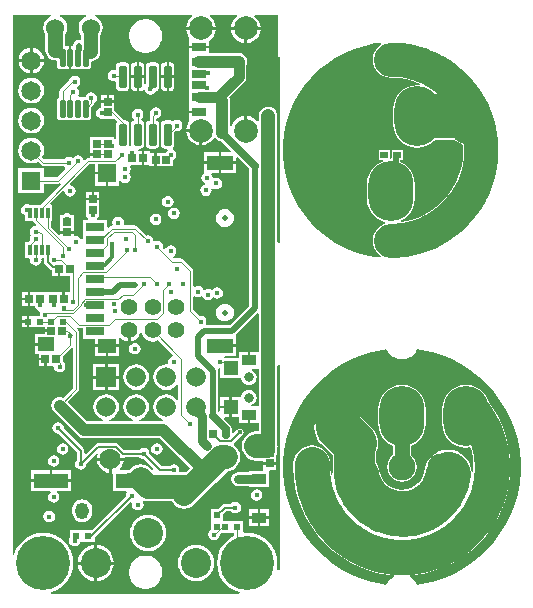
<source format=gtl>
G04*
G04 #@! TF.GenerationSoftware,Altium Limited,Altium Designer,20.0.13 (296)*
G04*
G04 Layer_Physical_Order=1*
G04 Layer_Color=255*
%FSLAX25Y25*%
%MOIN*%
G70*
G01*
G75*
%ADD10R,0.02559X0.02520*%
%ADD11R,0.04803X0.03583*%
%ADD12R,0.02362X0.01968*%
%ADD13R,0.01968X0.02362*%
%ADD14R,0.04724X0.03543*%
%ADD15R,0.05118X0.04724*%
G04:AMPARAMS|DCode=16|XSize=57.09mil|YSize=18.9mil|CornerRadius=2.36mil|HoleSize=0mil|Usage=FLASHONLY|Rotation=270.000|XOffset=0mil|YOffset=0mil|HoleType=Round|Shape=RoundedRectangle|*
%AMROUNDEDRECTD16*
21,1,0.05709,0.01417,0,0,270.0*
21,1,0.05236,0.01890,0,0,270.0*
1,1,0.00472,-0.00709,-0.02618*
1,1,0.00472,-0.00709,0.02618*
1,1,0.00472,0.00709,0.02618*
1,1,0.00472,0.00709,-0.02618*
%
%ADD16ROUNDEDRECTD16*%
%ADD17R,0.02264X0.02441*%
%ADD18R,0.01181X0.03347*%
G04:AMPARAMS|DCode=19|XSize=74.8mil|YSize=23.62mil|CornerRadius=2.95mil|HoleSize=0mil|Usage=FLASHONLY|Rotation=90.000|XOffset=0mil|YOffset=0mil|HoleType=Round|Shape=RoundedRectangle|*
%AMROUNDEDRECTD19*
21,1,0.07480,0.01772,0,0,90.0*
21,1,0.06890,0.02362,0,0,90.0*
1,1,0.00591,0.00886,0.03445*
1,1,0.00591,0.00886,-0.03445*
1,1,0.00591,-0.00886,-0.03445*
1,1,0.00591,-0.00886,0.03445*
%
%ADD19ROUNDEDRECTD19*%
%ADD20R,0.04724X0.02756*%
%ADD21R,0.04724X0.02992*%
%ADD22R,0.04724X0.03150*%
%ADD23R,0.02520X0.02559*%
%ADD24R,0.11420X0.04720*%
%ADD25R,0.06299X0.02756*%
%ADD26R,0.08661X0.04724*%
%ADD27R,0.05906X0.04724*%
%ADD28R,0.05906X0.06299*%
%ADD29C,0.00800*%
%ADD30C,0.00400*%
%ADD31C,0.03000*%
%ADD32C,0.08000*%
%ADD33C,0.04000*%
%ADD34C,0.07000*%
%ADD35C,0.02000*%
%ADD36C,0.02500*%
%ADD37C,0.01200*%
%ADD38C,0.05000*%
%ADD39C,0.04500*%
%ADD40C,0.03500*%
%ADD41C,0.06500*%
%ADD42C,0.11200*%
%ADD43O,0.15000X0.20000*%
%ADD44R,0.02756X0.02362*%
%ADD45C,0.14575*%
%ADD46C,0.15000*%
%ADD47C,0.11500*%
%ADD48C,0.01000*%
%ADD49C,0.13500*%
%ADD50O,0.04500X0.05500*%
%ADD51C,0.07000*%
%ADD52C,0.03150*%
%ADD53C,0.06000*%
%ADD54C,0.05512*%
%ADD55R,0.05300X0.04800*%
%ADD56R,0.06496X0.06496*%
%ADD57C,0.06496*%
%ADD58R,0.06555X0.06555*%
%ADD59C,0.06555*%
%ADD60C,0.07874*%
%ADD61C,0.18000*%
%ADD62C,0.10000*%
%ADD63C,0.01968*%
%ADD64C,0.01772*%
%ADD65C,0.09000*%
G36*
X609120Y574900D02*
X609181Y574593D01*
X609355Y574333D01*
X609615Y574158D01*
X609908Y574100D01*
Y512356D01*
X609526Y512177D01*
X609076Y512444D01*
Y554500D01*
X608972Y555296D01*
X608664Y556038D01*
X608175Y556675D01*
X607538Y557164D01*
X606796Y557472D01*
X606000Y557576D01*
X605204Y557472D01*
X604462Y557164D01*
X603825Y556675D01*
X603336Y556038D01*
X603028Y555296D01*
X602924Y554500D01*
Y552898D01*
X602424Y552729D01*
X602072Y553187D01*
X601041Y553978D01*
X599840Y554475D01*
X599051Y554579D01*
Y549665D01*
X598051D01*
Y554579D01*
X597262Y554475D01*
X596061Y553978D01*
X595030Y553187D01*
X594239Y552155D01*
X593824Y551154D01*
X593324Y551254D01*
Y559378D01*
X593228Y560109D01*
X592952Y560775D01*
X597996Y565819D01*
X598560Y566663D01*
X598757Y567658D01*
Y571618D01*
X598885Y571926D01*
X598982Y572657D01*
X598885Y573388D01*
X598603Y574070D01*
X598154Y574654D01*
X597570Y575103D01*
X596888Y575385D01*
X596158Y575482D01*
X586362D01*
Y577100D01*
X583000D01*
X579638D01*
Y574925D01*
Y570161D01*
Y566264D01*
Y562327D01*
Y558193D01*
Y556247D01*
X583000D01*
Y555446D01*
X579638D01*
Y553272D01*
X579638Y553272D01*
X579638D01*
X579751Y552772D01*
X579278Y552155D01*
X578781Y550954D01*
X578677Y550165D01*
X583591D01*
Y549665D01*
X584091D01*
Y544752D01*
X584879Y544855D01*
X586080Y545353D01*
X587112Y546144D01*
X587822Y547070D01*
X588378Y547165D01*
X588503Y547003D01*
X589088Y546554D01*
X589769Y546272D01*
X590348Y546196D01*
X593720Y542824D01*
X593529Y542362D01*
X590400D01*
Y539400D01*
X595331D01*
Y540560D01*
X595793Y540751D01*
X599665Y536879D01*
Y508440D01*
X599577Y508000D01*
X599665Y507560D01*
Y491260D01*
X593240Y484835D01*
X585506D01*
X585438Y484963D01*
X585290Y485335D01*
X585423Y486000D01*
X585276Y486736D01*
X584860Y487360D01*
X584236Y487776D01*
X583500Y487923D01*
X583099Y487843D01*
X581020Y489922D01*
Y494120D01*
X581520Y494387D01*
X581764Y494224D01*
X582500Y494077D01*
X583236Y494224D01*
X583665Y494510D01*
X584210Y494333D01*
X584224Y494264D01*
X584640Y493640D01*
X585264Y493224D01*
X586000Y493077D01*
X586736Y493224D01*
X587360Y493640D01*
X587677Y494116D01*
X588264Y493724D01*
X589000Y493577D01*
X589736Y493724D01*
X590360Y494140D01*
X590776Y494764D01*
X590923Y495500D01*
X590776Y496236D01*
X590360Y496860D01*
X589736Y497276D01*
X589000Y497423D01*
X588264Y497276D01*
X587640Y496860D01*
X587323Y496384D01*
X586736Y496776D01*
X586000Y496923D01*
X585264Y496776D01*
X584835Y496490D01*
X584290Y496667D01*
X584276Y496736D01*
X583860Y497360D01*
X583236Y497776D01*
X582500Y497923D01*
X581764Y497776D01*
X581520Y497613D01*
X581020Y497880D01*
Y503000D01*
X580942Y503390D01*
X580721Y503721D01*
X577721Y506721D01*
X577390Y506942D01*
X577000Y507020D01*
X574607D01*
X574352Y507329D01*
X574451Y507867D01*
X574860Y508140D01*
X575276Y508764D01*
X575423Y509500D01*
X575276Y510236D01*
X574860Y510860D01*
X574236Y511276D01*
X573500Y511423D01*
X572764Y511276D01*
X572140Y510860D01*
X571800Y510350D01*
X571245Y510197D01*
X570843Y510599D01*
X570923Y511000D01*
X570776Y511736D01*
X570360Y512360D01*
X569736Y512776D01*
X569000Y512923D01*
X568264Y512776D01*
X568172Y512715D01*
X568104Y512722D01*
X567651Y512968D01*
X567544Y513504D01*
X567127Y514127D01*
X566503Y514544D01*
X565768Y514690D01*
X565367Y514611D01*
X562256Y517721D01*
X561926Y517942D01*
X561535Y518020D01*
X558169D01*
X557827Y518520D01*
X557923Y519000D01*
X557776Y519736D01*
X557360Y520360D01*
X556736Y520776D01*
X556000Y520923D01*
X555264Y520776D01*
X554640Y520360D01*
X554224Y519736D01*
X554077Y519000D01*
X554173Y518520D01*
X554117Y518358D01*
X553879Y518029D01*
X553811Y517982D01*
X553610Y517942D01*
X553279Y517721D01*
X552879Y517321D01*
X552417Y517513D01*
Y519724D01*
X549068D01*
X548916Y520224D01*
X549276Y520764D01*
X549313Y520949D01*
X549760D01*
Y524492D01*
Y526372D01*
X547500D01*
X545240D01*
Y524492D01*
Y520949D01*
X545687D01*
X545724Y520764D01*
X546084Y520224D01*
X545931Y519724D01*
X544118D01*
Y514968D01*
Y513586D01*
X543618Y513436D01*
X543285Y513934D01*
X542661Y514351D01*
X541926Y514497D01*
X541646Y514442D01*
X541260Y514759D01*
Y515328D01*
X539000D01*
X536740D01*
Y514986D01*
X536278Y514795D01*
X533472Y517601D01*
Y519528D01*
X534043D01*
Y524874D01*
X533469D01*
X533278Y525336D01*
X537592Y529650D01*
X538064Y529416D01*
X538187Y528801D01*
X538603Y528177D01*
X539227Y527761D01*
X539963Y527614D01*
X540699Y527761D01*
X541323Y528177D01*
X541740Y528801D01*
X541886Y529537D01*
X541740Y530273D01*
X541323Y530897D01*
X540699Y531313D01*
X540085Y531435D01*
X539850Y531908D01*
X546403Y538461D01*
X548252D01*
Y535857D01*
X552205D01*
Y535457D01*
X552605D01*
Y531307D01*
X556157D01*
Y532895D01*
X556658Y533046D01*
X556891Y532696D01*
X557515Y532280D01*
X558251Y532133D01*
X558987Y532280D01*
X559611Y532696D01*
X560027Y533320D01*
X560174Y534056D01*
X560027Y534792D01*
X559611Y535416D01*
X559844Y535849D01*
X560008Y536095D01*
X560154Y536830D01*
X560008Y537566D01*
X559892Y537740D01*
X560159Y538240D01*
X563872D01*
Y540500D01*
Y542760D01*
X562704D01*
X562528Y543124D01*
X562789Y543569D01*
X563386D01*
X563891Y543670D01*
X564320Y543956D01*
X564606Y544384D01*
X564707Y544890D01*
Y551780D01*
X564606Y552285D01*
X564320Y552713D01*
X563891Y553000D01*
X563821Y553014D01*
X563716Y553544D01*
X563860Y553640D01*
X564276Y554264D01*
X564423Y555000D01*
X564276Y555736D01*
X563860Y556360D01*
X563236Y556776D01*
X562500Y556923D01*
X561764Y556776D01*
X561140Y556360D01*
X560724Y555736D01*
X560577Y555000D01*
X560724Y554264D01*
X561140Y553640D01*
X561284Y553544D01*
X561179Y553014D01*
X561109Y553000D01*
X560680Y552713D01*
X560394Y552285D01*
X560293Y551780D01*
Y544890D01*
X560033Y544529D01*
X559702Y544868D01*
X559706Y544890D01*
Y551780D01*
X559606Y552285D01*
X559320Y552713D01*
X558891Y553000D01*
X558386Y553100D01*
X558070D01*
X554760Y556410D01*
Y558872D01*
X552500D01*
X550240D01*
Y557371D01*
X549764Y557276D01*
X549140Y556860D01*
X548724Y556236D01*
X548577Y555500D01*
X548724Y554764D01*
X549140Y554140D01*
X549764Y553724D01*
X550240Y553629D01*
Y553449D01*
X554760D01*
X554760Y553449D01*
Y553449D01*
X555125Y553161D01*
X555637Y552649D01*
X555394Y552285D01*
X555294Y551780D01*
Y546979D01*
X554794Y546696D01*
X554760Y546716D01*
Y547551D01*
X546740D01*
Y542992D01*
Y542128D01*
X549000D01*
Y541328D01*
X546740D01*
Y540501D01*
X545981D01*
X545591Y540423D01*
X545260Y540202D01*
X544870Y539812D01*
X544328Y539977D01*
X544276Y540236D01*
X543860Y540860D01*
X543236Y541276D01*
X542500Y541423D01*
X541764Y541276D01*
X541140Y540860D01*
X540823Y540384D01*
X540236Y540776D01*
X539500Y540923D01*
X538764Y540776D01*
X538140Y540360D01*
X537913Y540020D01*
X531422D01*
X530656Y540786D01*
X530711Y540858D01*
X531139Y541891D01*
X531285Y543000D01*
X531139Y544109D01*
X530711Y545142D01*
X530030Y546030D01*
X529142Y546711D01*
X528109Y547139D01*
X527000Y547285D01*
X525891Y547139D01*
X524858Y546711D01*
X523970Y546030D01*
X523289Y545142D01*
X522861Y544109D01*
X522715Y543000D01*
X522861Y541891D01*
X523289Y540858D01*
X523970Y539970D01*
X524858Y539289D01*
X525891Y538861D01*
X527000Y538715D01*
X528109Y538861D01*
X529142Y539289D01*
X529214Y539344D01*
X530279Y538279D01*
X530610Y538058D01*
X531000Y537980D01*
X537913D01*
X538140Y537640D01*
X538351Y537500D01*
X538414Y536856D01*
X535578Y534020D01*
X531248D01*
Y537248D01*
X522752D01*
Y528752D01*
X531248D01*
Y531980D01*
X536000D01*
X536390Y532058D01*
X536447Y532096D01*
X536766Y531707D01*
X529932Y524874D01*
X526461D01*
X526236Y525024D01*
X525500Y525171D01*
X524764Y525024D01*
X524140Y524608D01*
X523724Y523984D01*
X523577Y523248D01*
X523724Y522512D01*
X524140Y521888D01*
X524764Y521472D01*
X524957Y521433D01*
Y519528D01*
X527618D01*
X527795Y519263D01*
X528657Y518401D01*
X528563Y518117D01*
X528440Y517911D01*
X527764Y517776D01*
X527140Y517360D01*
X526724Y516736D01*
X526577Y516000D01*
X526724Y515264D01*
X527067Y514750D01*
X526724Y514236D01*
X526577Y513500D01*
X526657Y513099D01*
X526030Y512472D01*
X524957D01*
Y507126D01*
X526320D01*
X526638Y506740D01*
X526593Y506516D01*
X526739Y505780D01*
X527156Y505156D01*
X527780Y504739D01*
X528516Y504593D01*
X529252Y504739D01*
X529875Y505156D01*
X530292Y505780D01*
X530439Y506516D01*
X530394Y506740D01*
X530711Y507126D01*
X531229D01*
Y505990D01*
X531322Y505522D01*
X531588Y505125D01*
X533402Y503310D01*
X533799Y503045D01*
X533949Y503015D01*
Y501240D01*
X535828D01*
Y503500D01*
X536628D01*
Y501240D01*
X539980D01*
Y495760D01*
X538172D01*
Y493500D01*
X537372D01*
Y495760D01*
X526628D01*
Y493500D01*
Y491240D01*
X528129D01*
X528224Y490764D01*
X528640Y490140D01*
X529264Y489724D01*
X529734Y489630D01*
X529983Y489103D01*
X529957Y489064D01*
X529811Y488328D01*
X529529Y487984D01*
X526400D01*
Y486000D01*
Y484016D01*
X531350D01*
Y484016D01*
X531449D01*
Y483400D01*
X533728D01*
Y482600D01*
X531449D01*
Y481900D01*
X528350D01*
Y479000D01*
X532000D01*
Y478000D01*
X528350D01*
Y475100D01*
X529449D01*
Y473900D01*
X531728D01*
Y473500D01*
X532128D01*
Y471240D01*
X534380D01*
X534577Y471000D01*
X534724Y470264D01*
X535140Y469640D01*
X535764Y469224D01*
X536500Y469077D01*
X537236Y469224D01*
X537860Y469640D01*
X538276Y470264D01*
X538423Y471000D01*
X538276Y471736D01*
X537860Y472360D01*
X537551Y472566D01*
Y474338D01*
X540480Y477267D01*
X540980Y477060D01*
Y463922D01*
X537623Y460565D01*
X537231Y460728D01*
X536500Y460824D01*
X535769Y460728D01*
X535088Y460446D01*
X534503Y459997D01*
X534054Y459412D01*
X533772Y458731D01*
X533676Y458000D01*
X533772Y457269D01*
X534054Y456588D01*
X534503Y456003D01*
X542503Y448003D01*
X543088Y447554D01*
X543769Y447272D01*
X544500Y447176D01*
X569830D01*
X579830Y437176D01*
X578437Y435784D01*
X578000Y435841D01*
X576686D01*
X576369Y436228D01*
X576423Y436500D01*
X576276Y437236D01*
X575860Y437860D01*
X575236Y438276D01*
X574500Y438423D01*
X573764Y438276D01*
X573140Y437860D01*
X573049Y437723D01*
X570507D01*
X566391Y441840D01*
X566423Y442000D01*
X566276Y442736D01*
X565860Y443360D01*
X565236Y443776D01*
X564500Y443923D01*
X563764Y443776D01*
X563140Y443360D01*
X563050Y443223D01*
X557985D01*
X556020Y445189D01*
X555623Y445454D01*
X555155Y445547D01*
X549324D01*
X548855Y445454D01*
X548458Y445189D01*
X545186Y441916D01*
X544724Y442107D01*
Y443000D01*
X544630Y443468D01*
X544365Y443865D01*
X537891Y450340D01*
X537923Y450500D01*
X537776Y451236D01*
X537360Y451860D01*
X536736Y452276D01*
X536000Y452423D01*
X535264Y452276D01*
X534640Y451860D01*
X534224Y451236D01*
X534077Y450500D01*
X534224Y449764D01*
X534640Y449140D01*
X535264Y448724D01*
X536000Y448577D01*
X536161Y448609D01*
X542276Y442493D01*
Y439951D01*
X542140Y439860D01*
X541724Y439236D01*
X541577Y438500D01*
X541724Y437764D01*
X542140Y437140D01*
X542764Y436724D01*
X543500Y436577D01*
X544236Y436724D01*
X544860Y437140D01*
X545276Y437764D01*
X545423Y438500D01*
X545391Y438660D01*
X548816Y442086D01*
X549240Y441803D01*
X548990Y441198D01*
X548901Y440524D01*
X557971D01*
X558193Y440776D01*
X563050D01*
X563140Y440640D01*
X563764Y440224D01*
X564500Y440077D01*
X564661Y440109D01*
X567682Y437087D01*
X567487Y436576D01*
X567279Y436564D01*
X566921Y436921D01*
X565919Y437691D01*
X564751Y438174D01*
X563498Y438339D01*
X562245Y438174D01*
X561077Y437691D01*
X560075Y436921D01*
X559644Y436360D01*
X556738D01*
X556695Y436485D01*
X556619Y436860D01*
X557305Y437754D01*
X557758Y438849D01*
X557847Y439524D01*
X553874D01*
Y435551D01*
X553974Y435564D01*
X554350Y435234D01*
Y429640D01*
X558729D01*
X558994Y429140D01*
X558724Y428736D01*
X558577Y428000D01*
X558609Y427840D01*
X547254Y416484D01*
X544181D01*
Y416484D01*
X539819D01*
Y413878D01*
X539724Y413736D01*
X539577Y413000D01*
X539724Y412264D01*
X540140Y411640D01*
X540764Y411224D01*
X541500Y411077D01*
X542236Y411224D01*
X542860Y411640D01*
X543276Y412264D01*
X543304Y412401D01*
X543756Y412516D01*
X543756Y412516D01*
X543756Y412516D01*
X548118D01*
Y413888D01*
X560022Y425792D01*
X560133Y425835D01*
X560314Y425821D01*
X560686Y425388D01*
X560609Y425000D01*
X560755Y424264D01*
X561172Y423640D01*
X561796Y423224D01*
X562532Y423077D01*
X563267Y423224D01*
X563891Y423640D01*
X564308Y424264D01*
X564454Y425000D01*
X564308Y425736D01*
X564099Y426049D01*
X564430Y426453D01*
X564743Y426324D01*
X565996Y426159D01*
X573774D01*
X573807Y426079D01*
X574577Y425077D01*
X575579Y424307D01*
X576747Y423823D01*
X578000Y423659D01*
X579253Y423823D01*
X580421Y424307D01*
X581423Y425077D01*
X588673Y432327D01*
X592332Y435986D01*
X593076Y436083D01*
X594243Y436567D01*
X595246Y437336D01*
X596016Y438339D01*
X596499Y439507D01*
X596664Y440760D01*
X596499Y442013D01*
X596016Y443181D01*
X595246Y444183D01*
X594525Y444737D01*
X594506Y445302D01*
X594533Y445353D01*
X597444Y448265D01*
X597710Y448661D01*
X597803Y449130D01*
X597710Y449598D01*
X597444Y449995D01*
X597048Y450260D01*
X596579Y450353D01*
X596111Y450260D01*
X595714Y449995D01*
X594417Y448697D01*
X593955Y448889D01*
Y450461D01*
X593857D01*
X593754Y450977D01*
X593301Y451655D01*
X593301Y451655D01*
X591375Y453581D01*
X591566Y454043D01*
X593049D01*
Y457005D01*
X589890D01*
Y456261D01*
X589390Y455994D01*
X589335Y456030D01*
Y469500D01*
X589217Y470096D01*
X589443Y470373D01*
X589608Y470485D01*
X589890Y470400D01*
Y467232D01*
X596969D01*
X597043Y466674D01*
X597302Y466048D01*
X597715Y465510D01*
X598253Y465097D01*
X598879Y464838D01*
X599551Y464749D01*
X600223Y464838D01*
X600850Y465097D01*
X601388Y465510D01*
X601800Y466048D01*
X602060Y466674D01*
X602148Y467346D01*
X602060Y468019D01*
X601800Y468645D01*
X601388Y469183D01*
X600850Y469595D01*
X600396Y469783D01*
X600496Y470283D01*
X602913Y470283D01*
X602924Y469788D01*
Y458212D01*
X602913Y457717D01*
X600496D01*
X600396Y458217D01*
X600850Y458404D01*
X601388Y458817D01*
X601800Y459355D01*
X602060Y459981D01*
X602148Y460654D01*
X602060Y461326D01*
X601800Y461952D01*
X601388Y462490D01*
X600850Y462903D01*
X600223Y463162D01*
X599551Y463251D01*
X598879Y463162D01*
X598253Y462903D01*
X597715Y462490D01*
X597302Y461952D01*
X597043Y461326D01*
X596969Y460767D01*
X593849D01*
Y457405D01*
Y454043D01*
X596189D01*
Y452173D01*
X599151D01*
Y454945D01*
X599951D01*
Y452173D01*
X602913D01*
X602924Y451678D01*
Y449341D01*
X602000D01*
X600747Y449177D01*
X599579Y448693D01*
X598577Y447923D01*
X597807Y446921D01*
X597324Y445753D01*
X597159Y444500D01*
X597324Y443247D01*
X597807Y442079D01*
X598577Y441077D01*
X599579Y440307D01*
X600747Y439823D01*
X602000Y439659D01*
X604240D01*
Y439128D01*
X606500D01*
X608760D01*
Y441465D01*
X608972Y441975D01*
X609076Y442772D01*
Y444221D01*
X609113Y444500D01*
X609076Y444779D01*
Y471312D01*
X609526Y471579D01*
X609908Y471400D01*
Y403351D01*
X609600Y403290D01*
X609443Y403185D01*
X609023Y403196D01*
X608825Y403246D01*
X608786Y403312D01*
X608855Y403540D01*
X609048Y405500D01*
X608855Y407460D01*
X608284Y409345D01*
X607355Y411083D01*
X606105Y412605D01*
X604583Y413855D01*
X602845Y414783D01*
X600960Y415355D01*
X599000Y415548D01*
X598128Y415462D01*
X597650Y415918D01*
Y419484D01*
X590984D01*
Y421723D01*
X592038Y422777D01*
X593549D01*
X593640Y422640D01*
X594264Y422224D01*
X595000Y422077D01*
X595736Y422224D01*
X596360Y422640D01*
X596776Y423264D01*
X596923Y424000D01*
X596776Y424736D01*
X596360Y425360D01*
X595736Y425776D01*
X595000Y425923D01*
X594264Y425776D01*
X593640Y425360D01*
X593549Y425223D01*
X591532D01*
X591063Y425130D01*
X590666Y424865D01*
X589451Y423650D01*
X587016D01*
Y419287D01*
Y416632D01*
X586609Y416360D01*
X586192Y415736D01*
X586046Y415000D01*
X586192Y414264D01*
X586609Y413640D01*
X587233Y413224D01*
X587968Y413077D01*
X588704Y413224D01*
X589328Y413640D01*
X589745Y414264D01*
X589891Y415000D01*
X590179Y415350D01*
X590984D01*
Y415516D01*
X594449D01*
Y414406D01*
X593417Y413855D01*
X591895Y412605D01*
X590645Y411083D01*
X589716Y409345D01*
X589145Y407460D01*
X588952Y405500D01*
X589145Y403540D01*
X589716Y401655D01*
X590645Y399917D01*
X591895Y398395D01*
X593417Y397145D01*
X595155Y396217D01*
X596436Y395828D01*
X596362Y395328D01*
X533638D01*
X533564Y395828D01*
X534845Y396217D01*
X536583Y397145D01*
X538105Y398395D01*
X539355Y399917D01*
X540283Y401655D01*
X540855Y403540D01*
X541048Y405500D01*
X540855Y407460D01*
X540283Y409345D01*
X539355Y411083D01*
X538105Y412605D01*
X536583Y413855D01*
X534845Y414783D01*
X532960Y415355D01*
X531000Y415548D01*
X529040Y415355D01*
X527155Y414783D01*
X525417Y413855D01*
X523895Y412605D01*
X522645Y411083D01*
X521716Y409345D01*
X521328Y408064D01*
X520828Y408138D01*
Y588260D01*
X533526D01*
X533625Y587760D01*
X532983Y587494D01*
X532147Y586853D01*
X531506Y586017D01*
X531103Y585044D01*
X530966Y584000D01*
X531103Y582956D01*
X531506Y581983D01*
X531671Y581767D01*
Y576441D01*
X531785Y575580D01*
X532118Y574777D01*
X532646Y574087D01*
X533336Y573558D01*
X534138Y573226D01*
X535000Y573112D01*
X535096Y573125D01*
X535472Y572795D01*
Y571382D01*
X535568Y570899D01*
X535841Y570491D01*
X536250Y570217D01*
X536732Y570121D01*
X538150D01*
X538632Y570217D01*
X538721Y570276D01*
X538809Y570217D01*
X539291Y570121D01*
X539600D01*
Y574000D01*
Y577879D01*
X539291D01*
X538809Y577783D01*
X538801Y577777D01*
X538329Y577968D01*
Y581767D01*
X538494Y581983D01*
X538897Y582956D01*
X539035Y584000D01*
X538897Y585044D01*
X538494Y586017D01*
X537853Y586853D01*
X537017Y587494D01*
X536375Y587760D01*
X536475Y588260D01*
X545336D01*
X545436Y587760D01*
X544794Y587494D01*
X543958Y586853D01*
X543317Y586017D01*
X542914Y585044D01*
X542776Y584000D01*
X542914Y582956D01*
X543317Y581983D01*
X543735Y581438D01*
Y580171D01*
X543348Y579853D01*
X543000Y579923D01*
X542264Y579776D01*
X541640Y579360D01*
X541224Y578736D01*
X541212Y578676D01*
X541078Y578476D01*
X540997Y578071D01*
X540709Y577879D01*
X540400D01*
Y574000D01*
Y570121D01*
X540709D01*
X541191Y570217D01*
X541280Y570276D01*
X541368Y570217D01*
X541850Y570121D01*
X543268D01*
X543750Y570217D01*
X543839Y570276D01*
X543927Y570217D01*
X544410Y570121D01*
X545827D01*
X546309Y570217D01*
X546718Y570491D01*
X546991Y570899D01*
X547087Y571382D01*
Y572653D01*
X547607Y572721D01*
X548349Y573029D01*
X548986Y573518D01*
X549475Y574155D01*
X549783Y574897D01*
X549887Y575693D01*
Y581438D01*
X550305Y581983D01*
X550708Y582956D01*
X550845Y584000D01*
X550708Y585044D01*
X550305Y586017D01*
X549664Y586853D01*
X548828Y587494D01*
X548186Y587760D01*
X548285Y588260D01*
X580627Y588260D01*
X580796Y587760D01*
X580069Y587202D01*
X579278Y586171D01*
X578781Y584970D01*
X578677Y584181D01*
X583591D01*
X588504D01*
X588401Y584970D01*
X587903Y586171D01*
X587112Y587202D01*
X586385Y587760D01*
X586554Y588260D01*
X595587D01*
X595757Y587760D01*
X595030Y587202D01*
X594239Y586171D01*
X593741Y584970D01*
X593637Y584181D01*
X598551D01*
X603465D01*
X603361Y584970D01*
X602864Y586171D01*
X602072Y587202D01*
X601345Y587760D01*
X601515Y588260D01*
X609120D01*
Y574900D01*
D02*
G37*
G36*
X643595Y578366D02*
X643510Y578321D01*
X642596Y577571D01*
X641846Y576657D01*
X641289Y575615D01*
X640946Y574484D01*
X640830Y573308D01*
X640946Y572131D01*
X641289Y571000D01*
X641846Y569958D01*
X642596Y569044D01*
X643510Y568295D01*
X644552Y567737D01*
X645683Y567394D01*
X646859Y567278D01*
Y567278D01*
X646876Y567295D01*
X649567Y567143D01*
X652242Y566689D01*
X654848Y565938D01*
X656597Y565214D01*
X656475Y564723D01*
X655621Y564807D01*
X654073Y564655D01*
X652584Y564203D01*
X651211Y563469D01*
X650008Y562482D01*
X649021Y561279D01*
X648287Y559907D01*
X647836Y558418D01*
X647683Y556869D01*
Y551869D01*
X647836Y550320D01*
X648287Y548831D01*
X649021Y547459D01*
X650008Y546256D01*
X651211Y545269D01*
X652584Y544535D01*
X654073Y544083D01*
X655621Y543931D01*
X657170Y544083D01*
X658659Y544535D01*
X660032Y545269D01*
X661235Y546256D01*
X661553Y546644D01*
X667977D01*
X669101Y545722D01*
X670436Y545008D01*
X670949Y544853D01*
X671047Y543108D01*
X670895Y540399D01*
X670441Y537725D01*
X669690Y535119D01*
X668652Y532613D01*
X667340Y530239D01*
X665770Y528026D01*
X663963Y526004D01*
X661940Y524196D01*
X659728Y522627D01*
X657354Y521315D01*
X654848Y520277D01*
X652242Y519526D01*
X650334Y519202D01*
X650170Y519681D01*
X651269Y520269D01*
X652472Y521256D01*
X653460Y522459D01*
X654193Y523831D01*
X654645Y525320D01*
X654797Y526869D01*
Y531869D01*
X654645Y533418D01*
X654193Y534907D01*
X653460Y536279D01*
X652472Y537482D01*
X651269Y538470D01*
X650074Y539108D01*
Y539877D01*
X650802D01*
Y543039D01*
X647247D01*
Y541415D01*
X647219Y541277D01*
X647219Y541277D01*
Y540635D01*
X646719Y540176D01*
X646538Y540192D01*
X646472Y540272D01*
Y543039D01*
X642916D01*
Y539877D01*
X644321D01*
X644395Y539377D01*
X643821Y539203D01*
X642449Y538470D01*
X641246Y537482D01*
X640259Y536279D01*
X639525Y534907D01*
X639073Y533418D01*
X638921Y531869D01*
Y526869D01*
X639073Y525320D01*
X639525Y523831D01*
X640259Y522459D01*
X641246Y521256D01*
X642449Y520269D01*
X643821Y519535D01*
X645068Y519157D01*
Y518634D01*
X644552Y518478D01*
X643510Y517920D01*
X642596Y517171D01*
X641846Y516257D01*
X641289Y515215D01*
X640946Y514084D01*
X640830Y512908D01*
X640946Y511731D01*
X641289Y510600D01*
X641846Y509558D01*
X642596Y508644D01*
X643510Y507895D01*
X643599Y507846D01*
X643451Y507359D01*
X641584Y507543D01*
X638123Y508231D01*
X634747Y509255D01*
X631487Y510605D01*
X628375Y512269D01*
X625442Y514229D01*
X622714Y516467D01*
X620220Y518962D01*
X617981Y521689D01*
X616021Y524623D01*
X614358Y527735D01*
X613008Y530994D01*
X611983Y534371D01*
X611295Y537831D01*
X610949Y541342D01*
Y544871D01*
X611295Y548382D01*
X611983Y551842D01*
X613008Y555219D01*
X614358Y558479D01*
X616021Y561590D01*
X617981Y564524D01*
X620220Y567251D01*
X622714Y569746D01*
X625442Y571984D01*
X628375Y573945D01*
X631487Y575608D01*
X634747Y576958D01*
X638123Y577982D01*
X641584Y578671D01*
X643447Y578854D01*
X643595Y578366D01*
D02*
G37*
G36*
X656912Y476569D02*
X660434Y475830D01*
X663874Y474774D01*
X667204Y473409D01*
X670396Y471748D01*
X673424Y469804D01*
X676264Y467594D01*
X678890Y465134D01*
X681283Y462446D01*
X683422Y459552D01*
X685289Y456476D01*
X686869Y453243D01*
X688149Y449880D01*
X689119Y446414D01*
X689769Y442875D01*
X690096Y439291D01*
Y435693D01*
X689769Y432109D01*
X689119Y428570D01*
X688149Y425104D01*
X686869Y421741D01*
X685289Y418508D01*
X683422Y415432D01*
X681283Y412538D01*
X678890Y409850D01*
X676264Y407391D01*
X673424Y405180D01*
X670396Y403236D01*
X667204Y401575D01*
X663874Y400211D01*
X660433Y399154D01*
X656912Y398415D01*
X655730Y398277D01*
X655725Y398292D01*
X655209Y399177D01*
X655154Y399240D01*
X655110Y399312D01*
X654422Y400072D01*
X654355Y400122D01*
X654298Y400183D01*
X653467Y400783D01*
X653391Y400818D01*
X653322Y400867D01*
X653185Y400928D01*
X653279Y401433D01*
X654092Y401473D01*
X657606Y401994D01*
X661051Y402857D01*
X664395Y404053D01*
X667606Y405572D01*
X670653Y407398D01*
X673505Y409514D01*
X676137Y411899D01*
X678523Y414531D01*
X680638Y417384D01*
X682465Y420431D01*
X683983Y423641D01*
X685180Y426986D01*
X686043Y430431D01*
X686564Y433945D01*
X686738Y437492D01*
X686564Y441040D01*
X686043Y444553D01*
X685180Y447999D01*
X683983Y451343D01*
X682465Y454554D01*
X680638Y457600D01*
X679447Y459207D01*
X679230Y459922D01*
X678496Y461295D01*
X677509Y462497D01*
X676306Y463485D01*
X674933Y464218D01*
X673444Y464670D01*
X671896Y464822D01*
X670347Y464670D01*
X668858Y464218D01*
X667486Y463485D01*
X666283Y462497D01*
X665295Y461295D01*
X664562Y459922D01*
X664110Y458433D01*
X663958Y456884D01*
Y451884D01*
X664110Y450336D01*
X664562Y448846D01*
X665295Y447474D01*
X666283Y446271D01*
X667486Y445284D01*
X668858Y444550D01*
X670347Y444099D01*
X671896Y443946D01*
X673410Y444095D01*
X673784Y442796D01*
X674232Y440161D01*
X674382Y437492D01*
X674288Y435810D01*
X673786Y435799D01*
X673679Y436884D01*
X673228Y438373D01*
X672494Y439745D01*
X671507Y440948D01*
X670304Y441935D01*
X668931Y442669D01*
X667442Y443121D01*
X665894Y443273D01*
X664345Y443121D01*
X662856Y442669D01*
X661483Y441935D01*
X660281Y440948D01*
X659293Y439745D01*
X658560Y438373D01*
X658120Y436922D01*
X658108Y436884D01*
X658028Y436440D01*
X657966Y435947D01*
X657554Y434589D01*
X656852Y433277D01*
X655909Y432128D01*
X654759Y431184D01*
X653448Y430483D01*
X652025Y430051D01*
X650545Y429906D01*
X649064Y430051D01*
X647641Y430483D01*
X646330Y431184D01*
X645180Y432128D01*
X644237Y433277D01*
X643536Y434589D01*
X643198Y435700D01*
X643088Y436177D01*
X643066Y436349D01*
X642974Y436652D01*
X642614Y437838D01*
X641880Y439211D01*
X641850Y439248D01*
Y442067D01*
X641999Y442346D01*
X642451Y443836D01*
X642603Y445384D01*
X642451Y446933D01*
X641999Y448422D01*
X641266Y449794D01*
X640278Y450997D01*
X634951Y456325D01*
X633748Y457312D01*
X632375Y458046D01*
X630886Y458497D01*
X629338Y458650D01*
X627789Y458497D01*
X626300Y458046D01*
X624928Y457312D01*
X623725Y456325D01*
X622737Y455122D01*
X622004Y453750D01*
X621552Y452260D01*
X621399Y450712D01*
X621552Y449163D01*
X622004Y447674D01*
X622737Y446302D01*
X623725Y445099D01*
X627481Y441342D01*
Y436210D01*
X627353Y434912D01*
X626851Y434922D01*
X626707Y437492D01*
X626754Y438323D01*
X626754Y438323D01*
X626743Y438539D01*
X626717Y438802D01*
X626717Y438802D01*
X626715Y438819D01*
X626624Y439745D01*
X626272Y440904D01*
X625701Y441972D01*
X624933Y442909D01*
X623996Y443677D01*
X622928Y444248D01*
X621768Y444600D01*
X620563Y444719D01*
X619357Y444600D01*
X618198Y444248D01*
X617130Y443677D01*
X616193Y442909D01*
X615424Y441972D01*
X614853Y440904D01*
X614502Y439745D01*
X614404Y438754D01*
X614404D01*
X614412Y438745D01*
X614351Y437492D01*
X614525Y433945D01*
X615046Y430431D01*
X615909Y426986D01*
X617106Y423641D01*
X618625Y420431D01*
X620451Y417384D01*
X622567Y414531D01*
X624952Y411899D01*
X627584Y409514D01*
X630437Y407398D01*
X633483Y405572D01*
X636694Y404053D01*
X640038Y402857D01*
X643483Y401994D01*
X646997Y401473D01*
X647810Y401433D01*
X647904Y400928D01*
X647767Y400867D01*
X647698Y400818D01*
X647622Y400783D01*
X646792Y400183D01*
X646734Y400122D01*
X646667Y400072D01*
X645979Y399312D01*
X645936Y399240D01*
X645880Y399177D01*
X645364Y398292D01*
X645359Y398277D01*
X644177Y398415D01*
X640656Y399154D01*
X637216Y400211D01*
X633886Y401575D01*
X630693Y403236D01*
X627665Y405180D01*
X624826Y407391D01*
X622199Y409850D01*
X619806Y412538D01*
X617667Y415432D01*
X615800Y418508D01*
X614220Y421741D01*
X612940Y425104D01*
X611971Y428570D01*
X611320Y432109D01*
X610993Y435693D01*
Y439291D01*
X611320Y442875D01*
X611971Y446414D01*
X612940Y449880D01*
X614220Y453243D01*
X615800Y456476D01*
X617667Y459552D01*
X619806Y462446D01*
X622199Y465134D01*
X624826Y467594D01*
X627665Y469804D01*
X630693Y471748D01*
X633886Y473409D01*
X637216Y474774D01*
X640656Y475830D01*
X644177Y476569D01*
X645359Y476707D01*
X645364Y476693D01*
X645880Y475807D01*
X645936Y475744D01*
X645979Y475672D01*
X646667Y474913D01*
X646734Y474863D01*
X646792Y474801D01*
X647622Y474201D01*
X647698Y474166D01*
X647767Y474117D01*
X648704Y473702D01*
X648786Y473684D01*
X648863Y473651D01*
X649866Y473438D01*
X649950Y473437D01*
X650032Y473421D01*
X651057D01*
X651139Y473437D01*
X651223Y473438D01*
X652226Y473651D01*
X652303Y473684D01*
X652385Y473702D01*
X653322Y474117D01*
X653391Y474166D01*
X653467Y474201D01*
X654298Y474801D01*
X654355Y474863D01*
X654422Y474913D01*
X655110Y475672D01*
X655154Y475744D01*
X655209Y475807D01*
X655725Y476693D01*
X655730Y476707D01*
X656912Y476569D01*
D02*
G37*
G36*
X602924Y488621D02*
Y476322D01*
X602913Y475827D01*
X602424Y475827D01*
X599951D01*
Y473055D01*
X599151D01*
Y475827D01*
X596189D01*
Y473956D01*
X591447D01*
X591308Y474114D01*
X591535Y474614D01*
X595331D01*
Y477576D01*
X590000D01*
Y478376D01*
X595331D01*
Y481339D01*
X595331Y481339D01*
X595404Y481808D01*
X602424Y488828D01*
X602924Y488621D01*
D02*
G37*
G36*
X542610Y484058D02*
X543000Y483980D01*
X544118D01*
Y480323D01*
X548252D01*
Y478376D01*
X552205D01*
X556157D01*
Y480655D01*
X556658Y480825D01*
X556947Y480447D01*
X557732Y479845D01*
X558645Y479467D01*
X559126Y479403D01*
Y483126D01*
X560126D01*
Y479403D01*
X560606Y479467D01*
X561520Y479845D01*
X562305Y480447D01*
X562907Y481232D01*
X563285Y482146D01*
X563307Y482309D01*
X563811D01*
X563841Y482083D01*
X564219Y481169D01*
X564821Y480384D01*
X565606Y479782D01*
X566519Y479404D01*
X567500Y479275D01*
X568480Y479404D01*
X569355Y479766D01*
X574240Y474881D01*
X574076Y474338D01*
X573764Y474276D01*
X573140Y473860D01*
X572724Y473236D01*
X572577Y472500D01*
X572630Y472236D01*
X572209Y471787D01*
X572000Y471814D01*
X570883Y471667D01*
X569843Y471236D01*
X568949Y470551D01*
X568264Y469657D01*
X567833Y468617D01*
X567686Y467500D01*
X567833Y466383D01*
X568264Y465343D01*
X568949Y464449D01*
X569843Y463764D01*
X570883Y463333D01*
X572000Y463186D01*
X573117Y463333D01*
X574157Y463764D01*
X575051Y464449D01*
X575480Y465009D01*
X575980Y464839D01*
Y460161D01*
X575480Y459991D01*
X575051Y460551D01*
X574157Y461236D01*
X573117Y461667D01*
X572000Y461814D01*
X570883Y461667D01*
X569843Y461236D01*
X568949Y460551D01*
X568264Y459657D01*
X567833Y458617D01*
X567686Y457500D01*
X567833Y456383D01*
X568264Y455343D01*
X568949Y454449D01*
X569843Y453764D01*
X570883Y453333D01*
X570947Y453324D01*
X570914Y452824D01*
X563086D01*
X563053Y453324D01*
X563117Y453333D01*
X564157Y453764D01*
X565051Y454449D01*
X565736Y455343D01*
X566167Y456383D01*
X566315Y457500D01*
X566167Y458617D01*
X565736Y459657D01*
X565051Y460551D01*
X564157Y461236D01*
X563117Y461667D01*
X562000Y461814D01*
X560883Y461667D01*
X559843Y461236D01*
X558949Y460551D01*
X558264Y459657D01*
X557832Y458617D01*
X557686Y457500D01*
X557832Y456383D01*
X558264Y455343D01*
X558949Y454449D01*
X559843Y453764D01*
X560883Y453333D01*
X560947Y453324D01*
X560914Y452824D01*
X553086D01*
X553053Y453324D01*
X553117Y453333D01*
X554157Y453764D01*
X555051Y454449D01*
X555736Y455343D01*
X556168Y456383D01*
X556315Y457500D01*
X556168Y458617D01*
X555736Y459657D01*
X555051Y460551D01*
X554157Y461236D01*
X553117Y461667D01*
X552000Y461814D01*
X550883Y461667D01*
X549843Y461236D01*
X548949Y460551D01*
X548264Y459657D01*
X547832Y458617D01*
X547685Y457500D01*
X547832Y456383D01*
X548264Y455343D01*
X548949Y454449D01*
X549843Y453764D01*
X550883Y453333D01*
X550947Y453324D01*
X550914Y452824D01*
X545670D01*
X539218Y459276D01*
X542721Y462779D01*
X542942Y463110D01*
X543020Y463500D01*
Y482500D01*
X542942Y482890D01*
X542721Y483221D01*
X542234Y483708D01*
X542553Y484096D01*
X542610Y484058D01*
D02*
G37*
%LPC*%
G36*
X603465Y583181D02*
X599051D01*
Y578767D01*
X599840Y578871D01*
X601041Y579369D01*
X602072Y580160D01*
X602864Y581191D01*
X603361Y582392D01*
X603465Y583181D01*
D02*
G37*
G36*
X598051D02*
X593637D01*
X593741Y582392D01*
X594239Y581191D01*
X595030Y580160D01*
X596061Y579369D01*
X597262Y578871D01*
X598051Y578767D01*
Y583181D01*
D02*
G37*
G36*
X588504Y583181D02*
X583591D01*
X578677D01*
X578781Y582392D01*
X579278Y581191D01*
X579751Y580575D01*
X579638Y580075D01*
X579638D01*
X579638Y580075D01*
Y577900D01*
X583000D01*
X586362D01*
Y579585D01*
X587112Y580160D01*
X587903Y581191D01*
X588401Y582392D01*
X588504Y583181D01*
D02*
G37*
G36*
X565562Y586736D02*
X564670D01*
X564572Y586716D01*
X564471D01*
X563597Y586542D01*
X563504Y586504D01*
X563405Y586484D01*
X562581Y586143D01*
X562498Y586087D01*
X562405Y586049D01*
X561663Y585553D01*
X561592Y585482D01*
X561509Y585427D01*
X560878Y584796D01*
X560823Y584712D01*
X560752Y584641D01*
X560256Y583900D01*
X560218Y583807D01*
X560162Y583723D01*
X559821Y582900D01*
X559801Y582801D01*
X559763Y582708D01*
X559589Y581834D01*
Y581733D01*
X559569Y581635D01*
Y580743D01*
X559589Y580644D01*
Y580544D01*
X559763Y579669D01*
X559801Y579576D01*
X559821Y579478D01*
X560162Y578654D01*
X560218Y578571D01*
X560256Y578478D01*
X560752Y577736D01*
X560823Y577665D01*
X560878Y577582D01*
X561509Y576951D01*
X561593Y576895D01*
X561663Y576824D01*
X562405Y576329D01*
X562498Y576290D01*
X562581Y576234D01*
X563405Y575893D01*
X563504Y575874D01*
X563597Y575835D01*
X564471Y575661D01*
X564572D01*
X564670Y575642D01*
X565562D01*
X565661Y575661D01*
X565761D01*
X566636Y575835D01*
X566728Y575874D01*
X566827Y575893D01*
X567651Y576234D01*
X567734Y576290D01*
X567827Y576329D01*
X568569Y576824D01*
X568640Y576895D01*
X568723Y576951D01*
X569354Y577582D01*
X569410Y577665D01*
X569481Y577736D01*
X569976Y578478D01*
X570015Y578571D01*
X570070Y578654D01*
X570412Y579478D01*
X570431Y579576D01*
X570470Y579669D01*
X570644Y580544D01*
Y580644D01*
X570663Y580743D01*
Y581635D01*
X570644Y581733D01*
Y581834D01*
X570470Y582708D01*
X570431Y582801D01*
X570412Y582900D01*
X570070Y583723D01*
X570015Y583807D01*
X569976Y583900D01*
X569481Y584641D01*
X569410Y584712D01*
X569354Y584796D01*
X568723Y585427D01*
X568640Y585482D01*
X568569Y585553D01*
X567827Y586049D01*
X567734Y586087D01*
X567651Y586143D01*
X566827Y586484D01*
X566728Y586504D01*
X566636Y586542D01*
X565761Y586716D01*
X565661D01*
X565562Y586736D01*
D02*
G37*
G36*
X527500Y577219D02*
Y573500D01*
X531219D01*
X531139Y574109D01*
X530711Y575142D01*
X530030Y576030D01*
X529142Y576711D01*
X528109Y577139D01*
X527500Y577219D01*
D02*
G37*
G36*
X526500D02*
X525891Y577139D01*
X524858Y576711D01*
X523970Y576030D01*
X523289Y575142D01*
X522861Y574109D01*
X522781Y573500D01*
X526500D01*
Y577219D01*
D02*
G37*
G36*
X558386Y572431D02*
X556614D01*
X556109Y572330D01*
X555680Y572044D01*
X555394Y571616D01*
X555294Y571110D01*
Y570275D01*
X554794Y569864D01*
X554500Y569923D01*
X553764Y569776D01*
X553140Y569360D01*
X552724Y568736D01*
X552577Y568000D01*
X552724Y567264D01*
X553140Y566640D01*
X553764Y566224D01*
X554500Y566077D01*
X554794Y566136D01*
X555294Y565725D01*
Y564221D01*
X555394Y563715D01*
X555680Y563287D01*
X556109Y563000D01*
X556614Y562900D01*
X558386D01*
X558891Y563000D01*
X559320Y563287D01*
X559606Y563715D01*
X559706Y564221D01*
Y571110D01*
X559606Y571616D01*
X559320Y572044D01*
X558891Y572330D01*
X558386Y572431D01*
D02*
G37*
G36*
X531219Y572500D02*
X527500D01*
Y568781D01*
X528109Y568861D01*
X529142Y569289D01*
X530030Y569970D01*
X530711Y570858D01*
X531139Y571891D01*
X531219Y572500D01*
D02*
G37*
G36*
X526500D02*
X522781D01*
X522861Y571891D01*
X523289Y570858D01*
X523970Y569970D01*
X524858Y569289D01*
X525891Y568861D01*
X526500Y568781D01*
Y572500D01*
D02*
G37*
G36*
X573386Y572431D02*
X572900D01*
Y568065D01*
X574707D01*
Y571110D01*
X574606Y571616D01*
X574320Y572044D01*
X573891Y572330D01*
X573386Y572431D01*
D02*
G37*
G36*
X563386D02*
X562900D01*
Y568065D01*
X564707D01*
Y571110D01*
X564606Y571616D01*
X564320Y572044D01*
X563891Y572330D01*
X563386Y572431D01*
D02*
G37*
G36*
X572100D02*
X571614D01*
X571109Y572330D01*
X570680Y572044D01*
X570394Y571616D01*
X570294Y571110D01*
Y568065D01*
X572100D01*
Y572431D01*
D02*
G37*
G36*
X562100D02*
X561614D01*
X561109Y572330D01*
X560680Y572044D01*
X560394Y571616D01*
X560293Y571110D01*
Y568065D01*
X562100D01*
Y572431D01*
D02*
G37*
G36*
X568386D02*
X566614D01*
X566109Y572330D01*
X565680Y572044D01*
X565394Y571616D01*
X565294Y571110D01*
Y565113D01*
X565206Y565048D01*
X564707Y565299D01*
Y567265D01*
X562900D01*
Y562900D01*
X563386D01*
X563891Y563000D01*
X564320Y563287D01*
X564334Y563308D01*
X564865Y563202D01*
X564952Y562764D01*
X565369Y562140D01*
X565992Y561724D01*
X566728Y561577D01*
X567464Y561724D01*
X568088Y562140D01*
X568505Y562764D01*
X568538Y562930D01*
X568891Y563000D01*
X569320Y563287D01*
X569606Y563715D01*
X569706Y564221D01*
Y571110D01*
X569606Y571616D01*
X569320Y572044D01*
X568891Y572330D01*
X568386Y572431D01*
D02*
G37*
G36*
X574707Y567265D02*
X572900D01*
Y562900D01*
X573386D01*
X573891Y563000D01*
X574320Y563287D01*
X574606Y563715D01*
X574707Y564221D01*
Y567265D01*
D02*
G37*
G36*
X572100D02*
X570294D01*
Y564221D01*
X570394Y563715D01*
X570680Y563287D01*
X571109Y563000D01*
X571614Y562900D01*
X572100D01*
Y567265D01*
D02*
G37*
G36*
X562100D02*
X560293D01*
Y564221D01*
X560394Y563715D01*
X560680Y563287D01*
X561109Y563000D01*
X561614Y562900D01*
X562100D01*
Y567265D01*
D02*
G37*
G36*
X554760Y561551D02*
X552900D01*
Y559672D01*
X554760D01*
Y561551D01*
D02*
G37*
G36*
X552100D02*
X550240D01*
Y559672D01*
X552100D01*
Y561551D01*
D02*
G37*
G36*
X527000Y567285D02*
X525891Y567139D01*
X524858Y566711D01*
X523970Y566030D01*
X523289Y565142D01*
X522861Y564109D01*
X522715Y563000D01*
X522861Y561891D01*
X523289Y560858D01*
X523970Y559970D01*
X524858Y559289D01*
X525891Y558861D01*
X527000Y558715D01*
X528109Y558861D01*
X529142Y559289D01*
X530030Y559970D01*
X530711Y560858D01*
X531139Y561891D01*
X531285Y563000D01*
X531139Y564109D01*
X530711Y565142D01*
X530030Y566030D01*
X529142Y566711D01*
X528109Y567139D01*
X527000Y567285D01*
D02*
G37*
G36*
X541500Y567923D02*
X540764Y567776D01*
X540140Y567360D01*
X539724Y566736D01*
X539706Y566648D01*
X536720Y563662D01*
X536499Y563331D01*
X536421Y562941D01*
Y560809D01*
X536250Y560775D01*
X535841Y560501D01*
X535568Y560093D01*
X535472Y559610D01*
Y554374D01*
X535568Y553892D01*
X535841Y553483D01*
X536250Y553209D01*
X536732Y553114D01*
X538150D01*
X538632Y553209D01*
X538721Y553269D01*
X538809Y553209D01*
X539291Y553114D01*
X540709D01*
X541191Y553209D01*
X541280Y553269D01*
X541368Y553209D01*
X541850Y553114D01*
X543268D01*
X543750Y553209D01*
X543839Y553269D01*
X543927Y553209D01*
X544410Y553114D01*
X545827D01*
X546309Y553209D01*
X546718Y553483D01*
X546991Y553892D01*
X547087Y554374D01*
Y557519D01*
X547721Y558153D01*
X547942Y558484D01*
X548020Y558874D01*
Y558913D01*
X548360Y559140D01*
X548776Y559764D01*
X548923Y560500D01*
X548776Y561236D01*
X548360Y561860D01*
X547736Y562276D01*
X547000Y562423D01*
X546264Y562276D01*
X545640Y561860D01*
X545224Y561236D01*
X545151Y560871D01*
X544410D01*
X543927Y560775D01*
X543839Y560716D01*
X543750Y560775D01*
X543268Y560871D01*
X542781D01*
X542514Y561371D01*
X542776Y561764D01*
X542923Y562500D01*
X542776Y563236D01*
X542410Y563784D01*
X542367Y563893D01*
X542475Y564384D01*
X542860Y564640D01*
X543276Y565264D01*
X543423Y566000D01*
X543276Y566736D01*
X542860Y567360D01*
X542236Y567776D01*
X541500Y567923D01*
D02*
G37*
G36*
X575500Y553257D02*
X574764Y553111D01*
X574244Y552764D01*
X573891Y553000D01*
X573386Y553100D01*
X571614D01*
X571109Y553000D01*
X570680Y552713D01*
X570394Y552285D01*
X570294Y551780D01*
Y544890D01*
X570394Y544384D01*
X570680Y543956D01*
X571109Y543670D01*
X571614Y543569D01*
X572302D01*
X572454Y543069D01*
X572140Y542860D01*
X571740Y542260D01*
X568857D01*
Y540000D01*
Y537740D01*
X574279D01*
Y539753D01*
X574860Y540140D01*
X575276Y540764D01*
X575423Y541500D01*
X575276Y542236D01*
X574860Y542860D01*
X574236Y543276D01*
X574210Y543282D01*
X574105Y543812D01*
X574320Y543956D01*
X574606Y544384D01*
X574707Y544890D01*
Y549099D01*
X575099Y549492D01*
X575500Y549412D01*
X576236Y549558D01*
X576860Y549975D01*
X577276Y550599D01*
X577423Y551335D01*
X577276Y552071D01*
X576860Y552694D01*
X576236Y553111D01*
X575500Y553257D01*
D02*
G37*
G36*
X527000Y557285D02*
X525891Y557139D01*
X524858Y556711D01*
X523970Y556030D01*
X523289Y555142D01*
X522861Y554109D01*
X522715Y553000D01*
X522861Y551891D01*
X523289Y550858D01*
X523970Y549970D01*
X524858Y549289D01*
X525891Y548861D01*
X527000Y548715D01*
X528109Y548861D01*
X529142Y549289D01*
X530030Y549970D01*
X530711Y550858D01*
X531139Y551891D01*
X531285Y553000D01*
X531139Y554109D01*
X530711Y555142D01*
X530030Y556030D01*
X529142Y556711D01*
X528109Y557139D01*
X527000Y557285D01*
D02*
G37*
G36*
X583091Y549165D02*
X578677D01*
X578781Y548377D01*
X579278Y547176D01*
X580069Y546144D01*
X581101Y545353D01*
X582302Y544855D01*
X583091Y544752D01*
Y549165D01*
D02*
G37*
G36*
X568469Y557454D02*
X567733Y557308D01*
X567109Y556891D01*
X566692Y556267D01*
X566546Y555532D01*
X566637Y555072D01*
X566558Y554953D01*
X566480Y554563D01*
Y553074D01*
X566109Y553000D01*
X565680Y552713D01*
X565394Y552285D01*
X565294Y551780D01*
Y544890D01*
X565394Y544384D01*
X565680Y543956D01*
X566109Y543670D01*
X566614Y543569D01*
X568386D01*
X568891Y543670D01*
X569320Y543956D01*
X569606Y544384D01*
X569706Y544890D01*
Y551780D01*
X569606Y552285D01*
X569320Y552713D01*
X568891Y553000D01*
X568520Y553074D01*
Y553619D01*
X569204Y553755D01*
X569828Y554172D01*
X570245Y554796D01*
X570391Y555532D01*
X570245Y556267D01*
X569828Y556891D01*
X569204Y557308D01*
X568469Y557454D01*
D02*
G37*
G36*
X589600Y542362D02*
X584669D01*
Y539400D01*
X589600D01*
Y542362D01*
D02*
G37*
G36*
X566551Y542760D02*
X564672D01*
Y540500D01*
Y538240D01*
X566177D01*
Y537740D01*
X568057D01*
Y540000D01*
Y542260D01*
X566551D01*
Y542760D01*
D02*
G37*
G36*
X589600Y538600D02*
X584669D01*
Y535638D01*
X584669Y535638D01*
X584669D01*
X584289Y535330D01*
X584210Y535278D01*
X583794Y534654D01*
X583647Y533918D01*
X583794Y533182D01*
X584210Y532558D01*
X584834Y532142D01*
X584896Y532129D01*
Y531620D01*
X584486Y531538D01*
X583862Y531121D01*
X583445Y530497D01*
X583299Y529762D01*
X583445Y529026D01*
X583862Y528402D01*
X584486Y527985D01*
X585222Y527839D01*
X585957Y527985D01*
X586581Y528402D01*
X586998Y529026D01*
X587144Y529762D01*
X587047Y530248D01*
X587498Y530549D01*
X587945Y530250D01*
X588681Y530104D01*
X589417Y530250D01*
X590041Y530667D01*
X590457Y531291D01*
X590604Y532026D01*
X590457Y532762D01*
X590041Y533386D01*
X589417Y533803D01*
X588681Y533949D01*
X587945Y533803D01*
X587940Y533800D01*
X587461Y534080D01*
X587347Y534654D01*
X587023Y535138D01*
X587222Y535638D01*
X589600D01*
Y538600D01*
D02*
G37*
G36*
X595331D02*
X590400D01*
Y535638D01*
X595331D01*
Y538600D01*
D02*
G37*
G36*
X551805Y535057D02*
X548252D01*
Y531307D01*
X551805D01*
Y535057D01*
D02*
G37*
G36*
X549760Y529051D02*
X547900D01*
Y527172D01*
X549760D01*
Y529051D01*
D02*
G37*
G36*
X547100D02*
X545240D01*
Y527172D01*
X547100D01*
Y529051D01*
D02*
G37*
G36*
X572532Y527891D02*
X571796Y527745D01*
X571172Y527328D01*
X570755Y526704D01*
X570609Y525969D01*
X570755Y525233D01*
X571172Y524609D01*
X571796Y524192D01*
X572532Y524046D01*
X573267Y524192D01*
X573891Y524609D01*
X574308Y525233D01*
X574454Y525969D01*
X574308Y526704D01*
X573891Y527328D01*
X573267Y527745D01*
X572532Y527891D01*
D02*
G37*
G36*
X574532Y523954D02*
X573796Y523808D01*
X573172Y523391D01*
X572755Y522767D01*
X572609Y522031D01*
X572755Y521296D01*
X573172Y520672D01*
X573796Y520255D01*
X574532Y520109D01*
X575267Y520255D01*
X575891Y520672D01*
X576308Y521296D01*
X576454Y522031D01*
X576308Y522767D01*
X575891Y523391D01*
X575267Y523808D01*
X574532Y523954D01*
D02*
G37*
G36*
X568469Y521954D02*
X567733Y521808D01*
X567109Y521391D01*
X566692Y520767D01*
X566546Y520031D01*
X566692Y519296D01*
X567109Y518672D01*
X567733Y518255D01*
X568469Y518109D01*
X569204Y518255D01*
X569828Y518672D01*
X570245Y519296D01*
X570391Y520031D01*
X570245Y520767D01*
X569828Y521391D01*
X569204Y521808D01*
X568469Y521954D01*
D02*
G37*
G36*
X591575Y523490D02*
X590800Y523388D01*
X590078Y523089D01*
X589458Y522613D01*
X588982Y521993D01*
X588683Y521271D01*
X588581Y520496D01*
X588683Y519721D01*
X588982Y518999D01*
X589458Y518379D01*
X590078Y517903D01*
X590800Y517604D01*
X591575Y517502D01*
X592350Y517604D01*
X593072Y517903D01*
X593692Y518379D01*
X594168Y518999D01*
X594467Y519721D01*
X594569Y520496D01*
X594467Y521271D01*
X594168Y521993D01*
X593692Y522613D01*
X593072Y523089D01*
X592350Y523388D01*
X591575Y523490D01*
D02*
G37*
G36*
X539000Y522194D02*
X538264Y522048D01*
X537640Y521631D01*
X537587Y521551D01*
X536740D01*
Y516992D01*
Y516128D01*
X539000D01*
X541260D01*
Y516992D01*
Y521551D01*
X540413D01*
X540360Y521631D01*
X539736Y522048D01*
X539000Y522194D01*
D02*
G37*
G36*
X525828Y495760D02*
X523949D01*
Y493900D01*
X525828D01*
Y495760D01*
D02*
G37*
G36*
Y493100D02*
X523949D01*
Y491240D01*
X525828D01*
Y493100D01*
D02*
G37*
G36*
X525600Y487984D02*
X523819D01*
Y486400D01*
X525600D01*
Y487984D01*
D02*
G37*
G36*
X591575Y491994D02*
X590800Y491892D01*
X590078Y491593D01*
X589458Y491117D01*
X588982Y490497D01*
X588683Y489775D01*
X588581Y489000D01*
X588683Y488225D01*
X588982Y487503D01*
X589458Y486883D01*
X590078Y486407D01*
X590800Y486108D01*
X591575Y486006D01*
X592350Y486108D01*
X593072Y486407D01*
X593692Y486883D01*
X594168Y487503D01*
X594467Y488225D01*
X594569Y489000D01*
X594467Y489775D01*
X594168Y490497D01*
X593692Y491117D01*
X593072Y491593D01*
X592350Y491892D01*
X591575Y491994D01*
D02*
G37*
G36*
X525600Y485600D02*
X523819D01*
Y484016D01*
X525600D01*
Y485600D01*
D02*
G37*
G36*
X531328Y473100D02*
X529449D01*
Y471240D01*
X531328D01*
Y473100D01*
D02*
G37*
G36*
X593049Y460767D02*
X589890D01*
Y457805D01*
X593049D01*
Y460767D01*
D02*
G37*
G36*
X568838Y445423D02*
X568102Y445276D01*
X567479Y444860D01*
X567062Y444236D01*
X566915Y443500D01*
X567062Y442764D01*
X567479Y442140D01*
X568102Y441724D01*
X568838Y441577D01*
X569574Y441724D01*
X570198Y442140D01*
X570615Y442764D01*
X570761Y443500D01*
X570615Y444236D01*
X570198Y444860D01*
X569574Y445276D01*
X568838Y445423D01*
D02*
G37*
G36*
X537500D02*
X536764Y445276D01*
X536140Y444860D01*
X535724Y444236D01*
X535577Y443500D01*
X535724Y442764D01*
X536140Y442140D01*
X536764Y441724D01*
X537500Y441577D01*
X538236Y441724D01*
X538860Y442140D01*
X539276Y442764D01*
X539423Y443500D01*
X539276Y444236D01*
X538860Y444860D01*
X538236Y445276D01*
X537500Y445423D01*
D02*
G37*
G36*
X534500Y441423D02*
X533764Y441276D01*
X533140Y440860D01*
X532724Y440236D01*
X532577Y439500D01*
X532724Y438764D01*
X533140Y438140D01*
X533764Y437724D01*
X534500Y437577D01*
X535236Y437724D01*
X535860Y438140D01*
X536276Y438764D01*
X536423Y439500D01*
X536276Y440236D01*
X535860Y440860D01*
X535236Y441276D01*
X534500Y441423D01*
D02*
G37*
G36*
X552874Y439524D02*
X548901D01*
X548990Y438849D01*
X549443Y437754D01*
X550165Y436814D01*
X551105Y436093D01*
X552199Y435639D01*
X552874Y435551D01*
Y439524D01*
D02*
G37*
G36*
X540210Y436360D02*
X533900D01*
Y433400D01*
X540210D01*
Y436360D01*
D02*
G37*
G36*
X533100D02*
X526790D01*
Y433400D01*
X533100D01*
Y436360D01*
D02*
G37*
G36*
X608760Y438328D02*
X606500D01*
X604240D01*
X604240Y436449D01*
X603805Y436291D01*
X599598D01*
Y435845D01*
X596000D01*
X595103Y435667D01*
X594342Y435158D01*
X593833Y434397D01*
X593655Y433500D01*
X593833Y432603D01*
X594342Y431842D01*
X595103Y431333D01*
X596000Y431155D01*
X599598D01*
Y430709D01*
X606402D01*
X606402Y436291D01*
X606836Y436449D01*
X608760D01*
Y438328D01*
D02*
G37*
G36*
X602134Y430057D02*
X601398Y429910D01*
X600774Y429494D01*
X600357Y428870D01*
X600211Y428134D01*
X600357Y427398D01*
X600774Y426774D01*
X601398Y426357D01*
X602134Y426211D01*
X602870Y426357D01*
X603493Y426774D01*
X603910Y427398D01*
X604057Y428134D01*
X603910Y428870D01*
X603493Y429494D01*
X602870Y429910D01*
X602134Y430057D01*
D02*
G37*
G36*
X540210Y432600D02*
X533500D01*
X526790D01*
Y429640D01*
X533408D01*
X533560Y429140D01*
X533140Y428860D01*
X532724Y428236D01*
X532577Y427500D01*
X532724Y426764D01*
X533140Y426140D01*
X533764Y425724D01*
X534500Y425577D01*
X535236Y425724D01*
X535860Y426140D01*
X536276Y426764D01*
X536423Y427500D01*
X536276Y428236D01*
X535860Y428860D01*
X535440Y429140D01*
X535592Y429640D01*
X540210D01*
Y432600D01*
D02*
G37*
G36*
X606402Y423417D02*
X603400D01*
Y421026D01*
X606402D01*
Y423417D01*
D02*
G37*
G36*
X602600D02*
X599598D01*
Y421026D01*
X602600D01*
Y423417D01*
D02*
G37*
G36*
X544000Y426778D02*
X543152Y426666D01*
X542361Y426339D01*
X541682Y425818D01*
X541161Y425139D01*
X540834Y424348D01*
X540722Y423500D01*
Y422500D01*
X540834Y421652D01*
X541161Y420861D01*
X541682Y420182D01*
X542361Y419661D01*
X543152Y419334D01*
X544000Y419222D01*
X544848Y419334D01*
X545639Y419661D01*
X546318Y420182D01*
X546839Y420861D01*
X547166Y421652D01*
X547278Y422500D01*
Y423500D01*
X547166Y424348D01*
X546839Y425139D01*
X546318Y425818D01*
X545639Y426339D01*
X544848Y426666D01*
X544000Y426778D01*
D02*
G37*
G36*
X533000Y422923D02*
X532264Y422776D01*
X531640Y422360D01*
X531224Y421736D01*
X531077Y421000D01*
X531224Y420264D01*
X531640Y419640D01*
X532264Y419224D01*
X533000Y419077D01*
X533736Y419224D01*
X534360Y419640D01*
X534776Y420264D01*
X534923Y421000D01*
X534776Y421736D01*
X534360Y422360D01*
X533736Y422776D01*
X533000Y422923D01*
D02*
G37*
G36*
X606402Y420226D02*
X603400D01*
Y417835D01*
X606402D01*
Y420226D01*
D02*
G37*
G36*
X602600D02*
X599598D01*
Y417835D01*
X602600D01*
Y420226D01*
D02*
G37*
G36*
X566000Y421529D02*
X564824Y421413D01*
X563693Y421070D01*
X562650Y420513D01*
X561737Y419763D01*
X560987Y418850D01*
X560430Y417807D01*
X560087Y416676D01*
X559971Y415500D01*
X560087Y414324D01*
X560430Y413193D01*
X560987Y412150D01*
X561737Y411237D01*
X562650Y410487D01*
X563693Y409930D01*
X564824Y409587D01*
X566000Y409471D01*
X567176Y409587D01*
X568307Y409930D01*
X569349Y410487D01*
X570263Y411237D01*
X571013Y412150D01*
X571570Y413193D01*
X571913Y414324D01*
X572029Y415500D01*
X571913Y416676D01*
X571570Y417807D01*
X571013Y418850D01*
X570263Y419763D01*
X569349Y420513D01*
X568307Y421070D01*
X567176Y421413D01*
X566000Y421529D01*
D02*
G37*
G36*
X549000Y411480D02*
Y406000D01*
X554480D01*
X554413Y406676D01*
X554070Y407807D01*
X553513Y408849D01*
X552763Y409763D01*
X551850Y410513D01*
X550807Y411070D01*
X549676Y411413D01*
X549000Y411480D01*
D02*
G37*
G36*
X548000D02*
X547324Y411413D01*
X546193Y411070D01*
X545151Y410513D01*
X544237Y409763D01*
X543487Y408849D01*
X542930Y407807D01*
X542587Y406676D01*
X542520Y406000D01*
X548000D01*
Y411480D01*
D02*
G37*
G36*
X554480Y405000D02*
X549000D01*
Y399520D01*
X549676Y399587D01*
X550807Y399930D01*
X551850Y400487D01*
X552763Y401237D01*
X553513Y402150D01*
X554070Y403193D01*
X554413Y404324D01*
X554480Y405000D01*
D02*
G37*
G36*
X548000D02*
X542520D01*
X542587Y404324D01*
X542930Y403193D01*
X543487Y402150D01*
X544237Y401237D01*
X545151Y400487D01*
X546193Y399930D01*
X547324Y399587D01*
X548000Y399520D01*
Y405000D01*
D02*
G37*
G36*
X582000Y411529D02*
X580824Y411413D01*
X579693Y411070D01*
X578651Y410513D01*
X577737Y409763D01*
X576987Y408849D01*
X576430Y407807D01*
X576087Y406676D01*
X575971Y405500D01*
X576087Y404324D01*
X576430Y403193D01*
X576987Y402150D01*
X577737Y401237D01*
X578651Y400487D01*
X579693Y399930D01*
X580824Y399587D01*
X582000Y399471D01*
X583176Y399587D01*
X584307Y399930D01*
X585350Y400487D01*
X586263Y401237D01*
X587013Y402150D01*
X587570Y403193D01*
X587913Y404324D01*
X588029Y405500D01*
X587913Y406676D01*
X587570Y407807D01*
X587013Y408849D01*
X586263Y409763D01*
X585350Y410513D01*
X584307Y411070D01*
X583176Y411413D01*
X582000Y411529D01*
D02*
G37*
G36*
X565562Y407946D02*
X564670D01*
X564572Y407927D01*
X564471D01*
X563597Y407753D01*
X563504Y407714D01*
X563405Y407694D01*
X562581Y407353D01*
X562498Y407298D01*
X562405Y407259D01*
X561663Y406764D01*
X561592Y406693D01*
X561509Y406637D01*
X560878Y406006D01*
X560823Y405923D01*
X560752Y405852D01*
X560256Y405110D01*
X560218Y405017D01*
X560162Y404934D01*
X559821Y404110D01*
X559801Y404011D01*
X559763Y403919D01*
X559589Y403044D01*
Y402943D01*
X559569Y402845D01*
Y401953D01*
X559589Y401855D01*
Y401754D01*
X559763Y400879D01*
X559801Y400787D01*
X559821Y400688D01*
X560162Y399864D01*
X560218Y399781D01*
X560256Y399688D01*
X560752Y398946D01*
X560823Y398875D01*
X560878Y398792D01*
X561509Y398161D01*
X561593Y398106D01*
X561663Y398035D01*
X562405Y397539D01*
X562498Y397500D01*
X562581Y397445D01*
X563405Y397104D01*
X563504Y397084D01*
X563597Y397045D01*
X564471Y396871D01*
X564572D01*
X564670Y396852D01*
X565562D01*
X565661Y396871D01*
X565761D01*
X566636Y397045D01*
X566728Y397084D01*
X566827Y397104D01*
X567651Y397445D01*
X567734Y397500D01*
X567827Y397539D01*
X568569Y398035D01*
X568640Y398106D01*
X568723Y398161D01*
X569354Y398792D01*
X569410Y398875D01*
X569481Y398946D01*
X569976Y399688D01*
X570015Y399781D01*
X570070Y399864D01*
X570412Y400688D01*
X570431Y400787D01*
X570470Y400879D01*
X570644Y401754D01*
Y401855D01*
X570663Y401953D01*
Y402845D01*
X570644Y402943D01*
Y403044D01*
X570470Y403919D01*
X570431Y404011D01*
X570412Y404110D01*
X570070Y404934D01*
X570015Y405017D01*
X569976Y405110D01*
X569481Y405852D01*
X569410Y405923D01*
X569354Y406006D01*
X568723Y406637D01*
X568640Y406693D01*
X568569Y406764D01*
X567827Y407259D01*
X567734Y407298D01*
X567651Y407353D01*
X566827Y407694D01*
X566728Y407714D01*
X566636Y407753D01*
X565761Y407927D01*
X565661D01*
X565562Y407946D01*
D02*
G37*
G36*
X650565Y464822D02*
X649017Y464670D01*
X647527Y464218D01*
X646155Y463485D01*
X644952Y462497D01*
X643965Y461295D01*
X643231Y459922D01*
X642779Y458433D01*
X642627Y456884D01*
Y451884D01*
X642779Y450336D01*
X643231Y448846D01*
X643965Y447474D01*
X644952Y446271D01*
X646155Y445284D01*
X647527Y444550D01*
X647640Y444516D01*
Y441445D01*
X647071Y441008D01*
X646285Y439984D01*
X645791Y438792D01*
X645623Y437513D01*
X645791Y436234D01*
X646285Y435042D01*
X647071Y434018D01*
X648094Y433233D01*
X649286Y432739D01*
X650565Y432571D01*
X651844Y432739D01*
X653036Y433233D01*
X654060Y434018D01*
X654845Y435042D01*
X655339Y436234D01*
X655508Y437513D01*
X655339Y438792D01*
X654845Y439984D01*
X654060Y441008D01*
X653490Y441445D01*
Y444516D01*
X653603Y444550D01*
X654976Y445284D01*
X656178Y446271D01*
X657166Y447474D01*
X657899Y448846D01*
X658351Y450336D01*
X658503Y451884D01*
Y456884D01*
X658351Y458433D01*
X657899Y459922D01*
X657166Y461295D01*
X656178Y462497D01*
X654976Y463485D01*
X653603Y464218D01*
X652114Y464670D01*
X650565Y464822D01*
D02*
G37*
G36*
X561531Y478891D02*
X560796Y478745D01*
X560172Y478328D01*
X559755Y477704D01*
X559609Y476968D01*
X559755Y476233D01*
X560172Y475609D01*
X560796Y475192D01*
X561531Y475046D01*
X562267Y475192D01*
X562891Y475609D01*
X563308Y476233D01*
X563454Y476968D01*
X563308Y477704D01*
X562891Y478328D01*
X562267Y478745D01*
X561531Y478891D01*
D02*
G37*
G36*
X556157Y477576D02*
X552605D01*
Y474614D01*
X556157D01*
Y477576D01*
D02*
G37*
G36*
X551805D02*
X548252D01*
Y474614D01*
X551805D01*
Y477576D01*
D02*
G37*
G36*
X556278Y471778D02*
X552500D01*
Y468000D01*
X556278D01*
Y471778D01*
D02*
G37*
G36*
X551500D02*
X547722D01*
Y468000D01*
X551500D01*
Y471778D01*
D02*
G37*
G36*
X556278Y467000D02*
X552500D01*
Y463222D01*
X556278D01*
Y467000D01*
D02*
G37*
G36*
X551500D02*
X547722D01*
Y463222D01*
X551500D01*
Y467000D01*
D02*
G37*
G36*
X562000Y471814D02*
X560883Y471667D01*
X559843Y471236D01*
X558949Y470551D01*
X558264Y469657D01*
X557832Y468617D01*
X557686Y467500D01*
X557832Y466383D01*
X558264Y465343D01*
X558949Y464449D01*
X559843Y463764D01*
X560883Y463333D01*
X562000Y463186D01*
X563117Y463333D01*
X564157Y463764D01*
X565051Y464449D01*
X565736Y465343D01*
X566167Y466383D01*
X566315Y467500D01*
X566167Y468617D01*
X565736Y469657D01*
X565051Y470551D01*
X564157Y471236D01*
X563117Y471667D01*
X562000Y471814D01*
D02*
G37*
%LPD*%
D10*
X537772Y493500D02*
D03*
X534228D02*
D03*
X529772D02*
D03*
X526228D02*
D03*
X537272Y483000D02*
D03*
X533728D02*
D03*
X583921Y448636D02*
D03*
X587464D02*
D03*
X539772Y503500D02*
D03*
X536228D02*
D03*
X531728Y473500D02*
D03*
X535272D02*
D03*
X564272Y540500D02*
D03*
X560728D02*
D03*
X568457Y540000D02*
D03*
X572000D02*
D03*
D11*
X603000Y433500D02*
D03*
Y420626D02*
D03*
D12*
X542000Y414500D02*
D03*
X545937Y414500D02*
D03*
X591532Y417500D02*
D03*
X595469D02*
D03*
X529937Y486000D02*
D03*
X526000D02*
D03*
X533532Y486000D02*
D03*
X537468D02*
D03*
D13*
X589000Y417531D02*
D03*
Y421468D02*
D03*
D14*
X599551Y473055D02*
D03*
Y454945D02*
D03*
D15*
X593449Y470594D02*
D03*
Y457405D02*
D03*
D16*
X537441Y574000D02*
D03*
X540000D02*
D03*
X542559D02*
D03*
X545118D02*
D03*
Y556992D02*
D03*
X542559D02*
D03*
X540000D02*
D03*
X537441D02*
D03*
D17*
X601177Y444500D02*
D03*
X591823Y440760D02*
D03*
Y448240D02*
D03*
D18*
X526547Y522201D02*
D03*
X528516D02*
D03*
X530484D02*
D03*
X532453D02*
D03*
Y509799D02*
D03*
X530484D02*
D03*
X528516D02*
D03*
X526547D02*
D03*
D19*
X557500Y567665D02*
D03*
X562500D02*
D03*
X567500D02*
D03*
X572500D02*
D03*
Y548335D02*
D03*
X567500D02*
D03*
X562500D02*
D03*
X557500D02*
D03*
D20*
X583000Y564705D02*
D03*
Y568642D02*
D03*
D21*
Y572657D02*
D03*
Y560689D02*
D03*
D22*
Y577500D02*
D03*
Y555847D02*
D03*
D23*
X606500Y442272D02*
D03*
Y438728D02*
D03*
X552500Y559272D02*
D03*
Y555728D02*
D03*
X549000Y545272D02*
D03*
Y541728D02*
D03*
X547500Y526772D02*
D03*
Y523228D02*
D03*
X552500Y545272D02*
D03*
Y541728D02*
D03*
X539000Y515728D02*
D03*
Y519272D02*
D03*
D24*
X533500Y433000D02*
D03*
X561060D02*
D03*
D25*
X548268Y482701D02*
D03*
Y487032D02*
D03*
Y491362D02*
D03*
Y495693D02*
D03*
Y500024D02*
D03*
Y504354D02*
D03*
Y508685D02*
D03*
Y513016D02*
D03*
Y517346D02*
D03*
D26*
X590000Y539000D02*
D03*
Y477976D02*
D03*
D27*
X552205D02*
D03*
D28*
Y535457D02*
D03*
D29*
X593640Y446190D02*
X596579Y449130D01*
X588344Y447757D02*
X589910Y446190D01*
X593640D01*
X587464Y448636D02*
X587484D01*
X588344Y447777D01*
Y447757D02*
Y447777D01*
X534267Y504176D02*
X535553D01*
X536228Y503500D01*
X532453Y505990D02*
X534267Y504176D01*
X532453Y505990D02*
Y509799D01*
X542000Y413500D02*
Y414500D01*
X541500Y413000D02*
X542000Y413500D01*
X564500Y442000D02*
X570000Y436500D01*
X557479Y442000D02*
X564500D01*
X591532Y424000D02*
X595000D01*
X589000Y421468D02*
X591532Y424000D01*
X570000Y436500D02*
X574500D01*
X543500Y438500D02*
Y443000D01*
X536000Y450500D02*
X543500Y443000D01*
X555155Y444324D02*
X557479Y442000D01*
X549324Y444324D02*
X555155D01*
X543500Y438500D02*
X549324Y444324D01*
X545937Y414500D02*
X547000D01*
X560500Y428000D01*
D30*
X539772Y503500D02*
X539791D01*
X540851Y502440D01*
Y502421D02*
Y502440D01*
Y502421D02*
X541000Y502272D01*
Y492531D02*
Y502272D01*
X549000Y541728D02*
X552500D01*
X528500Y516000D02*
X529500D01*
X526547Y511547D02*
X528500Y513500D01*
X529500Y516000D02*
X530484Y515016D01*
X526547Y509799D02*
Y511547D01*
X560728Y540500D02*
Y542272D01*
X530484Y523984D02*
X545981Y539481D01*
X554981D02*
X557111Y541612D01*
X545981Y539481D02*
X554981D01*
X536000Y533000D02*
X542500Y539500D01*
X539000Y520272D02*
X540000Y519272D01*
X539000Y483000D02*
X540500Y481500D01*
X587968Y415000D02*
X590469Y417500D01*
X537414Y489914D02*
X540914D01*
X569000Y511000D02*
X574000Y506000D01*
X577000D01*
X580000Y503000D01*
Y489500D02*
Y503000D01*
Y489500D02*
X583500Y486000D01*
X561000Y495000D02*
X564500Y498500D01*
X557500Y495000D02*
X561000D01*
X556086Y493586D02*
X557500Y495000D01*
X545086Y493586D02*
X556086D01*
X536500Y458000D02*
X542000Y463500D01*
Y482500D01*
X538500Y486000D02*
X542000Y482500D01*
X537468Y486000D02*
X538500D01*
X543500Y492000D02*
X545086Y493586D01*
X543500Y491369D02*
Y492000D01*
X566500Y501000D02*
X569000Y498500D01*
X549244Y501000D02*
X566500D01*
X548268Y500024D02*
X549244Y501000D01*
X544376Y502376D02*
X551876D01*
X542586Y500586D02*
X544376Y502376D01*
X551876D02*
X559000Y509500D01*
X542586Y491586D02*
Y500586D01*
X540931Y488800D02*
X543500Y491369D01*
X532205Y488800D02*
X540931D01*
X531734Y488328D02*
X532205Y488800D01*
X540000Y488000D02*
X543000Y485000D01*
X535532Y488000D02*
X540000D01*
X533532Y486000D02*
X535532Y488000D01*
X531734Y488234D02*
Y488328D01*
X537414Y489914D02*
X538000Y490500D01*
X534228Y491772D02*
X534500Y491500D01*
X529772Y491728D02*
X530000Y491500D01*
X559000Y509500D02*
Y510000D01*
X540914Y489914D02*
X542586Y491586D01*
X534228Y491772D02*
Y493500D01*
X529772Y491728D02*
Y493500D01*
X555000Y487000D02*
X569000D01*
X553000Y485000D02*
X555000Y487000D01*
X543000Y485000D02*
X553000D01*
X569000Y487000D02*
X571000Y489000D01*
Y496500D01*
X573086Y498586D01*
X548913Y505000D02*
X551500D01*
X548268Y504354D02*
X548913Y505000D01*
X552371Y513871D02*
X554500Y516000D01*
X552371Y511371D02*
Y513871D01*
X549685Y508685D02*
X552371Y511371D01*
X561685Y509685D02*
Y514815D01*
X560500Y516000D02*
X561685Y514815D01*
X554500Y516000D02*
X560500D01*
X548268Y508685D02*
X549685D01*
X561535Y517000D02*
X565768Y512768D01*
X554000Y517000D02*
X561535D01*
X550016Y513016D02*
X554000Y517000D01*
X548268Y513016D02*
X550016D01*
X562500Y548335D02*
Y555000D01*
X550500Y555500D02*
X550728Y555728D01*
X552500D01*
X540500Y566000D02*
X541500D01*
X537441Y562941D02*
X540500Y566000D01*
X537441Y556992D02*
Y562941D01*
X540000Y561500D02*
X541000Y562500D01*
X557165Y568000D02*
X557500Y567665D01*
X554500Y568000D02*
X557165D01*
X540000Y556992D02*
Y561500D01*
X545118Y556992D02*
X547000Y558874D01*
Y560500D01*
X572000Y540000D02*
X573500Y541500D01*
X530484Y522201D02*
Y523984D01*
X547500Y521500D02*
Y523228D01*
X525500Y523248D02*
X526547Y522201D01*
X567500Y483063D02*
X577000Y473563D01*
Y455000D02*
Y473563D01*
Y455000D02*
X580000Y452000D01*
X537500Y508000D02*
Y511000D01*
X528516Y519984D02*
X537500Y511000D01*
X532453Y517179D02*
X539500Y510131D01*
X532453Y517179D02*
Y522201D01*
X528516Y519984D02*
Y522201D01*
X591543Y472500D02*
X593449Y470594D01*
X590000Y472500D02*
X591543D01*
X552500Y555728D02*
X554000D01*
X534554Y506414D02*
X536858D01*
X534500Y506468D02*
X534554Y506414D01*
X536858D02*
X539772Y503500D01*
X528516Y506516D02*
Y509799D01*
X530484D02*
Y515016D01*
X531000Y539000D02*
X539500D01*
X527000Y543000D02*
X531000Y539000D01*
X527000Y533000D02*
X536000D01*
X572500Y548335D02*
X575500Y551335D01*
X567500Y548335D02*
Y554563D01*
X568469Y555532D01*
X567500Y564272D02*
Y567665D01*
X566728Y563500D02*
X567500Y564272D01*
X549000Y545272D02*
X552500D01*
X553272Y544500D01*
X554000D01*
X540011Y478240D02*
Y481011D01*
X535272Y473500D02*
X540011Y478240D01*
X606000Y442772D02*
X606500Y442272D01*
X604272Y444500D02*
X606000Y442772D01*
X585500Y564000D02*
X585500Y564000D01*
X583000Y568642D02*
X583358Y569000D01*
X586031D01*
X545362Y491362D02*
X548268D01*
X540011Y481011D02*
X540500Y481500D01*
X537272Y483000D02*
X539000D01*
X533532Y486000D02*
X533532Y486000D01*
X529937Y486000D02*
X533532D01*
X536500Y471000D02*
Y472272D01*
X535272Y473500D02*
X536500Y472272D01*
X557500Y548335D02*
Y552228D01*
X554000Y555728D02*
X557500Y552228D01*
X590469Y417500D02*
X591532D01*
X595469Y409031D02*
Y417500D01*
D31*
X583921Y448636D02*
Y454617D01*
X582000Y456538D02*
X583921Y454617D01*
X582000Y456538D02*
Y456845D01*
X583921Y446079D02*
Y448636D01*
Y446079D02*
X585500Y444500D01*
X596000Y433500D02*
X603000D01*
D32*
X565996Y431000D02*
X578000D01*
X602000Y444500D02*
X604272D01*
X590260Y440760D02*
X591823D01*
X585250Y435750D02*
X590260Y440760D01*
X578000Y428500D02*
X585250Y435750D01*
X563498Y433498D02*
X565996Y431000D01*
D33*
X559506Y433498D02*
X563498D01*
X590500Y549000D02*
Y559378D01*
X583000Y572657D02*
X596158D01*
X536500Y458000D02*
X544500Y450000D01*
X571000D01*
X585250Y435750D01*
D34*
X578000Y428500D02*
Y431000D01*
D35*
X556700Y498200D02*
X561500D01*
X554193Y495693D02*
X556700Y498200D01*
X548268Y495693D02*
X554193D01*
X587500Y454500D02*
Y469500D01*
X535000Y576441D02*
X537441Y574000D01*
X545118D02*
X546811Y575693D01*
X601500Y508000D02*
Y538000D01*
X589189Y560689D02*
X590500Y559378D01*
X594000Y483000D02*
X601500Y490500D01*
Y508000D01*
X584500Y483000D02*
X594000D01*
X582500Y481000D02*
X584500Y483000D01*
X582500Y474500D02*
Y481000D01*
Y474500D02*
X587500Y469500D01*
X542773Y576500D02*
Y577773D01*
X543000Y578000D01*
X646859Y529369D02*
X648646Y531156D01*
Y541277D01*
X648828Y541458D01*
X649024D01*
D36*
X591823Y448240D02*
Y450177D01*
X587500Y454500D02*
X591823Y450177D01*
X590500Y549000D02*
X601500Y538000D01*
D37*
X553957Y507457D02*
Y511957D01*
X551500Y505000D02*
X553957Y507457D01*
D38*
X535000Y576441D02*
Y584000D01*
X650565Y437513D02*
Y454384D01*
D39*
X546811Y575693D02*
Y584000D01*
X606000Y442772D02*
Y554500D01*
D40*
X583000Y560689D02*
X589000D01*
X596158Y567658D02*
Y572657D01*
X589189Y560689D02*
X596158Y567658D01*
D41*
X595469Y409031D02*
X599000Y405500D01*
D42*
X646859Y512908D02*
X647858Y512924D01*
X648855Y512973D01*
X649850Y513056D01*
X650842Y513171D01*
X651830Y513319D01*
X652812Y513500D01*
X653788Y513713D01*
X654756Y513958D01*
X655715Y514235D01*
X656665Y514544D01*
X657604Y514884D01*
X658532Y515254D01*
X659446Y515656D01*
X660347Y516087D01*
X661233Y516547D01*
X662103Y517037D01*
X662957Y517556D01*
X663793Y518102D01*
X664610Y518675D01*
X665408Y519276D01*
X666186Y519902D01*
X666943Y520554D01*
X667678Y521230D01*
X668390Y521930D01*
X669078Y522654D01*
X669742Y523399D01*
X670381Y524167D01*
X670995Y524955D01*
X671582Y525763D01*
X672142Y526590D01*
X672674Y527435D01*
X673178Y528297D01*
X673653Y529175D01*
X674099Y530069D01*
X674515Y530976D01*
X674901Y531897D01*
X675257Y532831D01*
X675581Y533775D01*
X675874Y534730D01*
X676135Y535694D01*
X676364Y536666D01*
X676561Y537645D01*
X676725Y538630D01*
X676857Y539620D01*
X676956Y540614D01*
X677022Y541610D01*
X677055Y542608D01*
X677055Y543607D01*
X677022Y544605D01*
X676956Y545602D01*
X676857Y546595D01*
X676725Y547585D01*
X676561Y548570D01*
X676364Y549549D01*
X676135Y550521D01*
X675874Y551485D01*
X675581Y552440D01*
X675257Y553385D01*
X674901Y554318D01*
X674515Y555239D01*
X674099Y556147D01*
X673653Y557040D01*
X673178Y557919D01*
X672674Y558781D01*
X672141Y559626D01*
X671581Y560453D01*
X670994Y561260D01*
X670381Y562048D01*
X669742Y562816D01*
X669078Y563562D01*
X668389Y564285D01*
X667677Y564985D01*
X666943Y565662D01*
X666186Y566313D01*
X665408Y566940D01*
X664610Y567540D01*
X663793Y568114D01*
X662956Y568660D01*
X662103Y569178D01*
X661232Y569668D01*
X660346Y570128D01*
X659446Y570560D01*
X658531Y570961D01*
X657604Y571332D01*
X656665Y571671D01*
X655715Y571980D01*
X654755Y572257D01*
X653787Y572502D01*
X652812Y572715D01*
X651829Y572896D01*
X650842Y573044D01*
X649850Y573159D01*
X648855Y573242D01*
X647857Y573291D01*
X646859Y573308D01*
D43*
X638121Y554369D02*
D03*
X646859Y529369D02*
D03*
X655621Y554369D02*
D03*
X629338Y454384D02*
D03*
X671896D02*
D03*
X650565D02*
D03*
D44*
X649024Y541458D02*
D03*
X644694D02*
D03*
D45*
X655621Y554369D02*
X671168D01*
X673392Y552145D01*
X655621Y554369D02*
Y554812D01*
X655818Y555008D01*
D46*
X635280Y434800D02*
X635484Y433826D01*
X635751Y432866D01*
X636079Y431926D01*
X636466Y431008D01*
X636911Y430118D01*
X637413Y429257D01*
X637969Y428431D01*
X638577Y427642D01*
X639234Y426894D01*
X639938Y426190D01*
X640685Y425532D01*
X641474Y424924D01*
X642300Y424367D01*
X643159Y423865D01*
X644050Y423418D01*
X644967Y423030D01*
X645907Y422702D01*
X646866Y422435D01*
X647841Y422230D01*
X648827Y422088D01*
X649819Y422009D01*
X650815Y421994D01*
X651810Y422044D01*
X652799Y422157D01*
X653779Y422333D01*
X654746Y422572D01*
X655695Y422873D01*
X656624Y423234D01*
X657527Y423654D01*
X658401Y424131D01*
X659243Y424663D01*
X660048Y425248D01*
X660815Y425883D01*
X661540Y426567D01*
X662218Y427295D01*
X662849Y428066D01*
X663429Y428876D01*
X663956Y429721D01*
X664427Y430598D01*
X664841Y431504D01*
X665196Y432434D01*
X665491Y433386D01*
X665724Y434354D01*
X665894Y435335D01*
X629338Y450712D02*
X634665Y445384D01*
D47*
X620563Y438539D02*
X620545Y437537D01*
X620560Y436535D01*
X620609Y435534D01*
X620691Y434536D01*
X620806Y433540D01*
X620955Y432550D01*
X621136Y431564D01*
X621350Y430585D01*
X621597Y429614D01*
X621877Y428652D01*
X622188Y427700D01*
X622531Y426758D01*
X622905Y425828D01*
X623310Y424912D01*
X623745Y424009D01*
X624210Y423122D01*
X624705Y422250D01*
X625228Y421396D01*
X625780Y420560D01*
X626359Y419742D01*
X626966Y418944D01*
X627598Y418167D01*
X628256Y417412D01*
X628939Y416678D01*
X629646Y415969D01*
X630377Y415282D01*
X631130Y414621D01*
X631904Y413986D01*
X632700Y413376D01*
X633515Y412794D01*
X634349Y412239D01*
X635202Y411712D01*
X636071Y411214D01*
X636957Y410746D01*
X637858Y410307D01*
X638773Y409898D01*
X639701Y409520D01*
X640641Y409174D01*
X641592Y408859D01*
X642553Y408576D01*
X643524Y408325D01*
X644501Y408107D01*
X645486Y407922D01*
X646477Y407769D01*
X647471Y407650D01*
X648470Y407564D01*
X649470Y407511D01*
X650472Y407492D01*
X651474Y407507D01*
X652475Y407554D01*
X653474Y407635D01*
X654469Y407750D01*
X655460Y407898D01*
X656446Y408078D01*
X657425Y408292D01*
X658396Y408538D01*
X659359Y408816D01*
X660311Y409127D01*
X661253Y409469D01*
X662183Y409842D01*
X663100Y410246D01*
X664003Y410680D01*
X664891Y411145D01*
X665763Y411638D01*
X666618Y412161D01*
X667455Y412712D01*
X668273Y413291D01*
X669071Y413896D01*
X669849Y414528D01*
X670605Y415185D01*
X671339Y415868D01*
X672049Y416574D01*
X672736Y417304D01*
X673398Y418057D01*
X674034Y418831D01*
X674644Y419626D01*
X675227Y420440D01*
X675783Y421274D01*
X676310Y422126D01*
X676809Y422995D01*
X677279Y423880D01*
X677718Y424781D01*
X678128Y425695D01*
X678506Y426623D01*
X678854Y427563D01*
X679170Y428514D01*
X679453Y429475D01*
X679705Y430445D01*
X679924Y431422D01*
X680110Y432407D01*
X680264Y433397D01*
X680384Y434392D01*
X680471Y435390D01*
X680524Y436391D01*
X680544Y437393D01*
X680531Y438394D01*
X680484Y439395D01*
X680404Y440394D01*
X680290Y441390D01*
X680143Y442381D01*
X679964Y443367D01*
X679751Y444346D01*
X679506Y445317D01*
X679228Y446280D01*
X678919Y447233D01*
X678578Y448175D01*
X678205Y449106D01*
X677802Y450023D01*
X677368Y450926D01*
X676905Y451815D01*
X676412Y452687D01*
X675890Y453542D01*
X675340Y454380D01*
X674762Y455198D01*
X674157Y455997D01*
X673526Y456776D01*
D48*
X634665Y435415D02*
X635280Y434800D01*
X629338Y450712D02*
Y454384D01*
X650545Y437492D02*
X650565Y437513D01*
D49*
X634665Y435415D02*
Y445384D01*
D50*
X544000Y423000D02*
D03*
D51*
X553374Y440024D02*
D03*
D52*
X599551Y467346D02*
D03*
Y460654D02*
D03*
D53*
X546811Y584000D02*
D03*
X535000D02*
D03*
D54*
X559626Y483126D02*
D03*
X567500Y483063D02*
D03*
X575374D02*
D03*
Y491000D02*
D03*
X567500D02*
D03*
X559626D02*
D03*
D55*
X532000Y478500D02*
D03*
D56*
X527000Y533000D02*
D03*
D57*
Y543000D02*
D03*
Y553000D02*
D03*
Y563000D02*
D03*
Y573000D02*
D03*
D58*
X552000Y467500D02*
D03*
D59*
X562000D02*
D03*
X572000D02*
D03*
X582000D02*
D03*
X552000Y457500D02*
D03*
X562000D02*
D03*
X572000D02*
D03*
X582000D02*
D03*
D60*
X598551Y549665D02*
D03*
Y583681D02*
D03*
X583591D02*
D03*
Y549665D02*
D03*
D61*
X599000Y405500D02*
D03*
X531000D02*
D03*
D62*
X566000Y415500D02*
D03*
X548500Y405500D02*
D03*
X582000D02*
D03*
D63*
X591575Y489000D02*
D03*
Y520496D02*
D03*
D64*
X585222Y529762D02*
D03*
X588681Y532026D02*
D03*
X585570Y533918D02*
D03*
X522406Y521292D02*
D03*
X599394Y480235D02*
D03*
X596579Y449130D02*
D03*
X587259Y487096D02*
D03*
X528500Y516000D02*
D03*
Y513500D02*
D03*
X539963Y529537D02*
D03*
X558251Y534056D02*
D03*
X558231Y536830D02*
D03*
X560728Y542272D02*
D03*
X557111Y541612D02*
D03*
X558500Y513500D02*
D03*
X532000Y469586D02*
D03*
X552500Y528000D02*
D03*
X573500Y509500D02*
D03*
X569000Y511000D02*
D03*
X583500Y486000D02*
D03*
X602134Y428134D02*
D03*
X561500Y498200D02*
D03*
X527500Y581500D02*
D03*
X602500Y567000D02*
D03*
X558000Y528000D02*
D03*
X595552Y533135D02*
D03*
X606000Y415000D02*
D03*
X529000Y451500D02*
D03*
X545500Y472000D02*
D03*
X586500Y513500D02*
D03*
X575500Y503500D02*
D03*
X524500Y526500D02*
D03*
X574500Y472500D02*
D03*
X541500Y413000D02*
D03*
X533000Y421000D02*
D03*
X534500Y427500D02*
D03*
Y439500D02*
D03*
X574532Y522031D02*
D03*
X596000Y433500D02*
D03*
X564500Y498500D02*
D03*
X531734Y488328D02*
D03*
X538000Y490500D02*
D03*
X534500Y491500D02*
D03*
X530000D02*
D03*
X559000Y510000D02*
D03*
X541000Y492531D02*
D03*
X554500Y492000D02*
D03*
X555000Y489500D02*
D03*
X561531Y476968D02*
D03*
X569000Y498500D02*
D03*
X553957Y511957D02*
D03*
X561685Y509685D02*
D03*
X565768Y512768D02*
D03*
X568469Y520031D02*
D03*
X562500Y555000D02*
D03*
X550500Y555500D02*
D03*
X541500Y566000D02*
D03*
X541000Y562500D02*
D03*
X554500Y568000D02*
D03*
X547000Y560500D02*
D03*
X573500Y541500D02*
D03*
X573086Y498586D02*
D03*
X572532Y525969D02*
D03*
X586000Y495000D02*
D03*
X589000Y495500D02*
D03*
X573500Y496000D02*
D03*
X547500Y521500D02*
D03*
X525500Y523248D02*
D03*
X541926Y512574D02*
D03*
X580000Y452000D02*
D03*
X539500Y510131D02*
D03*
X590000Y472500D02*
D03*
X537500Y508000D02*
D03*
X534500Y506468D02*
D03*
X528516Y506516D02*
D03*
X542500Y539500D02*
D03*
X539500Y539000D02*
D03*
X575500Y551335D02*
D03*
X568469Y555532D02*
D03*
X566728Y563500D02*
D03*
X554000Y544500D02*
D03*
X568838Y443500D02*
D03*
X564500Y442000D02*
D03*
X602000Y442500D02*
D03*
X606000Y554500D02*
D03*
X596158Y572657D02*
D03*
X585500Y564000D02*
D03*
X586031Y569000D02*
D03*
X577500Y498500D02*
D03*
X582500Y496000D02*
D03*
X545362Y491362D02*
D03*
X540011Y481011D02*
D03*
X556000Y519000D02*
D03*
X562532Y425000D02*
D03*
X536500Y471000D02*
D03*
X539000Y520272D02*
D03*
X585500Y444500D02*
D03*
X601500Y508000D02*
D03*
X595000Y424000D02*
D03*
X587968Y415000D02*
D03*
X543000Y578000D02*
D03*
X536500Y458000D02*
D03*
X574500Y436500D02*
D03*
X536000Y450500D02*
D03*
X543500Y438500D02*
D03*
X537500Y443500D02*
D03*
X578000Y428500D02*
D03*
X560500Y428000D02*
D03*
X635621Y530869D02*
D03*
X653121Y571369D02*
D03*
X659621Y567369D02*
D03*
X646859Y514621D02*
D03*
Y508923D02*
D03*
X650621Y516869D02*
D03*
X652621Y511369D02*
D03*
X655621Y518369D02*
D03*
X658121Y513369D02*
D03*
X660621Y520369D02*
D03*
X664121Y515869D02*
D03*
X665621Y523369D02*
D03*
X670121Y520369D02*
D03*
Y528369D02*
D03*
X675121Y526369D02*
D03*
X673621Y533869D02*
D03*
X678121Y532869D02*
D03*
X674121Y540369D02*
D03*
X680121Y539869D02*
D03*
X674621Y546369D02*
D03*
X680621Y547369D02*
D03*
X672280Y553257D02*
D03*
X678621Y554369D02*
D03*
X669121Y558869D02*
D03*
X674621Y561369D02*
D03*
X665121Y563369D02*
D03*
X668121Y567869D02*
D03*
X660621Y573869D02*
D03*
X653621Y576369D02*
D03*
X646859Y571040D02*
D03*
Y576528D02*
D03*
X635796Y543108D02*
D03*
X627621Y549369D02*
D03*
X630121Y555369D02*
D03*
X636621Y560869D02*
D03*
X643121Y563869D02*
D03*
X645621Y557369D02*
D03*
X642121Y556369D02*
D03*
X638121Y554369D02*
D03*
X634121Y551369D02*
D03*
X631621Y547869D02*
D03*
X635621Y534869D02*
D03*
X628121Y536369D02*
D03*
X632621Y537869D02*
D03*
X626768Y543108D02*
D03*
X630811D02*
D03*
X644694Y541458D02*
D03*
D65*
X650565Y437513D02*
D03*
X662108Y409576D02*
D03*
X650545Y407276D02*
D03*
X638981Y409576D02*
D03*
X629178Y416126D02*
D03*
X622628Y425929D02*
D03*
X620328Y437492D02*
D03*
X680761D02*
D03*
X678461Y425929D02*
D03*
X671911Y416126D02*
D03*
X663734Y437492D02*
D03*
X659871Y428166D02*
D03*
X650545Y424303D02*
D03*
X643388Y420215D02*
D03*
X637356Y437492D02*
D03*
X667822Y430336D02*
D03*
X657701Y420215D02*
D03*
X641219Y428166D02*
D03*
X633267Y430336D02*
D03*
M02*

</source>
